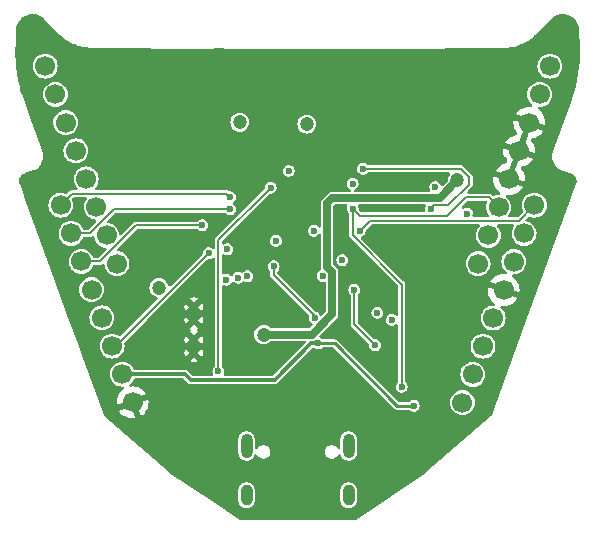
<source format=gbr>
%TF.GenerationSoftware,KiCad,Pcbnew,8.0.3*%
%TF.CreationDate,2024-07-12T18:14:48+02:00*%
%TF.ProjectId,Shard,53686172-642e-46b6-9963-61645f706362,rev?*%
%TF.SameCoordinates,Original*%
%TF.FileFunction,Copper,L4,Bot*%
%TF.FilePolarity,Positive*%
%FSLAX46Y46*%
G04 Gerber Fmt 4.6, Leading zero omitted, Abs format (unit mm)*
G04 Created by KiCad (PCBNEW 8.0.3) date 2024-07-12 18:14:48*
%MOMM*%
%LPD*%
G01*
G04 APERTURE LIST*
G04 Aperture macros list*
%AMHorizOval*
0 Thick line with rounded ends*
0 $1 width*
0 $2 $3 position (X,Y) of the first rounded end (center of the circle)*
0 $4 $5 position (X,Y) of the second rounded end (center of the circle)*
0 Add line between two ends*
20,1,$1,$2,$3,$4,$5,0*
0 Add two circle primitives to create the rounded ends*
1,1,$1,$2,$3*
1,1,$1,$4,$5*%
G04 Aperture macros list end*
%TA.AperFunction,ComponentPad*%
%ADD10HorizOval,1.700000X0.000000X0.000000X0.000000X0.000000X0*%
%TD*%
%TA.AperFunction,ComponentPad*%
%ADD11HorizOval,1.700000X0.000000X0.000000X0.000000X0.000000X0*%
%TD*%
%TA.AperFunction,HeatsinkPad*%
%ADD12C,0.600000*%
%TD*%
%TA.AperFunction,HeatsinkPad*%
%ADD13R,0.500000X1.600000*%
%TD*%
%TA.AperFunction,ComponentPad*%
%ADD14R,0.900000X0.500000*%
%TD*%
%TA.AperFunction,ComponentPad*%
%ADD15O,1.000000X2.100000*%
%TD*%
%TA.AperFunction,ComponentPad*%
%ADD16O,1.000000X1.800000*%
%TD*%
%TA.AperFunction,ViaPad*%
%ADD17C,0.600000*%
%TD*%
%TA.AperFunction,ViaPad*%
%ADD18C,1.200000*%
%TD*%
%TA.AperFunction,Conductor*%
%ADD19C,0.635000*%
%TD*%
%TA.AperFunction,Conductor*%
%ADD20C,0.304800*%
%TD*%
%TA.AperFunction,Conductor*%
%ADD21C,0.254000*%
%TD*%
%TA.AperFunction,Conductor*%
%ADD22C,0.200000*%
%TD*%
G04 APERTURE END LIST*
D10*
%TO.P,J5,1,Pin_1*%
%TO.N,/9*%
X127162613Y-93329084D03*
%TO.P,J5,2,Pin_2*%
%TO.N,/10*%
X128031344Y-95715903D03*
%TO.P,J5,3,Pin_3*%
%TO.N,/11*%
X128900075Y-98102723D03*
%TO.P,J5,4,Pin_4*%
%TO.N,/12*%
X129768806Y-100489542D03*
%TO.P,J5,5,Pin_5*%
%TO.N,/13*%
X130637538Y-102876361D03*
%TO.P,J5,6,Pin_6*%
%TO.N,/14*%
X131506269Y-105263180D03*
%TO.P,J5,7,Pin_7*%
%TO.N,/E3.3V*%
X132375000Y-107650000D03*
%TO.P,J5,8,Pin_8*%
%TO.N,GND*%
X133243731Y-110036819D03*
%TD*%
%TO.P,J4,1,Pin_1*%
%TO.N,/1*%
X125843882Y-81567265D03*
%TO.P,J4,2,Pin_2*%
%TO.N,/2*%
X126712613Y-83954084D03*
%TO.P,J4,3,Pin_3*%
%TO.N,/3*%
X127581344Y-86340904D03*
%TO.P,J4,4,Pin_4*%
%TO.N,/4*%
X128450075Y-88727723D03*
%TO.P,J4,5,Pin_5*%
%TO.N,/5*%
X129318807Y-91114542D03*
%TO.P,J4,6,Pin_6*%
%TO.N,/6*%
X130187538Y-93501361D03*
%TO.P,J4,7,Pin_7*%
%TO.N,/7*%
X131056269Y-95888181D03*
%TO.P,J4,8,Pin_8*%
%TO.N,/8*%
X131925000Y-98275000D03*
%TD*%
D11*
%TO.P,J2,1,Pin_1*%
%TO.N,/15*%
X161175000Y-110050000D03*
%TO.P,J2,2,Pin_2*%
%TO.N,/16*%
X162043731Y-107663181D03*
%TO.P,J2,3,Pin_3*%
%TO.N,/17*%
X162912462Y-105276361D03*
%TO.P,J2,4,Pin_4*%
%TO.N,/18*%
X163781193Y-102889542D03*
%TO.P,J2,5,Pin_5*%
%TO.N,GND*%
X164649925Y-100502723D03*
%TO.P,J2,6,Pin_6*%
%TO.N,/38*%
X165518656Y-98115904D03*
%TO.P,J2,7,Pin_7*%
%TO.N,/47*%
X166387387Y-95729084D03*
%TO.P,J2,8,Pin_8*%
%TO.N,/48*%
X167256118Y-93342265D03*
%TD*%
D12*
%TO.P,U3,7,PAD*%
%TO.N,GND*%
X138437500Y-101950000D03*
D13*
X138437500Y-102500000D03*
D12*
X138437500Y-103050000D03*
%TD*%
D14*
%TO.P,ANT1,2*%
%TO.N,GND*%
X140550000Y-80300000D03*
%TD*%
D12*
%TO.P,U4,7,PAD*%
%TO.N,GND*%
X138437500Y-104725000D03*
D13*
X138437500Y-105275000D03*
D12*
X138437500Y-105825000D03*
%TD*%
D11*
%TO.P,J3,1,Pin_1*%
%TO.N,/RX*%
X162500000Y-98275000D03*
%TO.P,J3,2,Pin_2*%
%TO.N,/TX*%
X163368731Y-95888181D03*
%TO.P,J3,3,Pin_3*%
%TO.N,/RESET*%
X164237463Y-93501361D03*
%TO.P,J3,4,Pin_4*%
%TO.N,GND*%
X165106193Y-91114542D03*
%TO.P,J3,5,Pin_5*%
X165974924Y-88727723D03*
%TO.P,J3,6,Pin_6*%
X166843655Y-86340904D03*
%TO.P,J3,7,Pin_7*%
%TO.N,/E3.3V*%
X167712387Y-83954084D03*
%TO.P,J3,8,Pin_8*%
%TO.N,Net-(D2-A)*%
X168581118Y-81567265D03*
%TD*%
D15*
%TO.P,J1,S1,SHIELD*%
%TO.N,unconnected-(J1-SHIELD-PadS1)_2*%
X142890000Y-113725000D03*
D16*
%TO.N,unconnected-(J1-SHIELD-PadS1)_1*%
X142890000Y-117905000D03*
D15*
%TO.N,unconnected-(J1-SHIELD-PadS1)_0*%
X151530000Y-113725000D03*
D16*
%TO.N,unconnected-(J1-SHIELD-PadS1)*%
X151530000Y-117905000D03*
%TD*%
D17*
%TO.N,GND*%
X144361000Y-115934000D03*
X152489000Y-111870000D03*
X164681000Y-85454000D03*
X143665226Y-81720113D03*
X141770407Y-83995120D03*
X146550000Y-91900000D03*
X128105000Y-101710000D03*
X151325000Y-89325000D03*
X162649000Y-81390000D03*
X146550000Y-95650000D03*
X168745000Y-79358000D03*
X151600000Y-108000000D03*
X136233000Y-87486000D03*
X146393000Y-115934000D03*
X128105000Y-99678000D03*
X158585000Y-85454000D03*
X148950000Y-87350000D03*
X143000000Y-101000000D03*
X160617000Y-81390000D03*
X154521000Y-83422000D03*
X139500000Y-107100000D03*
X136233000Y-83422000D03*
X147500000Y-94700000D03*
X164681000Y-89518000D03*
X156553000Y-85454000D03*
X143920170Y-84220409D03*
X152550000Y-85250000D03*
X155000000Y-86000000D03*
X154900000Y-102000000D03*
X143150000Y-88600000D03*
X145650000Y-94700000D03*
X159250000Y-90910000D03*
X138265000Y-87486000D03*
X152600000Y-83700000D03*
X139450000Y-100900000D03*
X138265000Y-81390000D03*
X152661646Y-91867501D03*
X132169000Y-81390000D03*
X155000000Y-88000000D03*
X164681000Y-81390000D03*
X150457000Y-115934000D03*
X146393000Y-81390000D03*
X162649000Y-93582000D03*
X138000000Y-97000000D03*
X156000000Y-87000000D03*
X152489000Y-81390000D03*
X151200000Y-84800000D03*
X141665226Y-81720113D03*
X136233000Y-111870000D03*
X130137000Y-83422000D03*
X156553000Y-83422000D03*
X156553000Y-113902000D03*
X130137000Y-81390000D03*
X160617000Y-111870000D03*
X126073000Y-85454000D03*
X168745000Y-91550000D03*
X134201000Y-81390000D03*
X150457000Y-83422000D03*
X154100000Y-117300000D03*
X134201000Y-83422000D03*
X154521000Y-81390000D03*
X158585000Y-113902000D03*
X157700000Y-102750000D03*
X139900000Y-99800000D03*
X141665226Y-80500000D03*
X142329000Y-111870000D03*
X150457000Y-81390000D03*
X148425000Y-115934000D03*
X146400000Y-99100000D03*
X140900000Y-88100000D03*
X132169000Y-85454000D03*
X138265000Y-109838000D03*
X158585000Y-111870000D03*
X157300000Y-95550000D03*
X148425000Y-81390000D03*
X160617000Y-83422000D03*
X152489000Y-115934000D03*
X126073000Y-95614000D03*
X144700000Y-93750000D03*
X126073000Y-79358000D03*
X166713000Y-99678000D03*
X136233000Y-113902000D03*
X158585000Y-95614000D03*
X168745000Y-85454000D03*
X160617000Y-85454000D03*
X143725000Y-89200000D03*
X134201000Y-85454000D03*
X154000000Y-89000000D03*
X130137000Y-87486000D03*
X143664924Y-82915682D03*
X140297000Y-113902000D03*
X162649000Y-99678000D03*
X143665226Y-80500000D03*
X146550000Y-93770000D03*
X141665226Y-82940226D03*
X151300000Y-102300000D03*
X156553000Y-81390000D03*
X146393000Y-83422000D03*
X150457000Y-111870000D03*
X162649000Y-91550000D03*
X160617000Y-101710000D03*
X157250000Y-93620000D03*
X159780000Y-97190000D03*
X124041000Y-79358000D03*
X169160000Y-93160000D03*
X153700000Y-84700000D03*
X136600000Y-103950000D03*
X126073000Y-87486000D03*
X146200000Y-86400000D03*
X145400000Y-85000000D03*
X164470000Y-106600000D03*
X134201000Y-111870000D03*
X148450000Y-93750000D03*
X147190000Y-111570000D03*
X162649000Y-109838000D03*
X142072134Y-84985893D03*
X150457000Y-117966000D03*
X158585000Y-81390000D03*
X136600000Y-106700000D03*
X130137000Y-89518000D03*
X136233000Y-109838000D03*
X146393000Y-117966000D03*
X158585000Y-87486000D03*
X134201000Y-87486000D03*
X142329000Y-115934000D03*
X129920000Y-105050000D03*
X144361000Y-101710000D03*
X140297000Y-109838000D03*
X152800000Y-101850000D03*
X132169000Y-83422000D03*
X124041000Y-81390000D03*
X144361000Y-117966000D03*
X128105000Y-81390000D03*
X138265000Y-83422000D03*
X147500000Y-92800000D03*
X140297000Y-81390000D03*
X158585000Y-83422000D03*
X149800000Y-85900000D03*
X140297000Y-83422000D03*
X138265000Y-113902000D03*
X136233000Y-81390000D03*
X136233000Y-85454000D03*
X160617000Y-103742000D03*
X148425000Y-117966000D03*
X145650000Y-92800000D03*
X153714726Y-104285274D03*
X154521000Y-113902000D03*
X145000000Y-88092500D03*
X164681000Y-87486000D03*
X156000000Y-93630000D03*
X138265000Y-85454000D03*
X140300000Y-117300000D03*
X148425000Y-83422000D03*
X126073000Y-91550000D03*
D18*
%TO.N,/VIN*%
X144338542Y-104286458D03*
X160750000Y-91225000D03*
%TO.N,+3.3V*%
X135475000Y-100325000D03*
X148000000Y-86475000D03*
X142325000Y-86325000D03*
D17*
X141250000Y-97075000D03*
X151870000Y-91520000D03*
%TO.N,/E3.3V*%
X157050000Y-110325000D03*
X148975000Y-105025000D03*
%TO.N,/RESET*%
X146457641Y-90441616D03*
X151870000Y-93640000D03*
X156025000Y-108725000D03*
%TO.N,/21*%
X145194993Y-98518215D03*
X148669999Y-102880001D03*
%TO.N,/11*%
X139150000Y-95025000D03*
%TO.N,/14*%
X139675000Y-97400000D03*
%TO.N,/15*%
X141175000Y-99650000D03*
%TO.N,/10*%
X141507500Y-93671241D03*
%TO.N,/9*%
X141486350Y-92646150D03*
%TO.N,/18*%
X145380121Y-96358570D03*
%TO.N,/16*%
X142175000Y-99475000D03*
%TO.N,/48*%
X152470000Y-95519827D03*
%TO.N,/17*%
X142966735Y-99360280D03*
%TO.N,/47*%
X148593339Y-95500890D03*
%TO.N,/RX*%
X158502637Y-93640000D03*
X152760000Y-90260000D03*
%TO.N,/TX*%
X158870000Y-91810000D03*
X161540000Y-94051361D03*
%TO.N,/SPICS0*%
X153777961Y-105197039D03*
X152018768Y-100502740D03*
%TO.N,/SPIQ*%
X150999645Y-97987415D03*
X153975000Y-102450000D03*
%TO.N,/SPIWP*%
X155185430Y-103049794D03*
X149325000Y-99325000D03*
%TO.N,/BOOT*%
X144925000Y-91850000D03*
X140500000Y-107410000D03*
%TD*%
D19*
%TO.N,/VIN*%
X148419662Y-104286458D02*
X150142500Y-102563620D01*
X149720000Y-98563880D02*
X149720000Y-93173880D01*
X149720000Y-93173880D02*
X150153880Y-92740000D01*
X144338542Y-104286458D02*
X148419662Y-104286458D01*
X150153880Y-92740000D02*
X159235000Y-92740000D01*
X150142500Y-98986380D02*
X149720000Y-98563880D01*
X150142500Y-102563620D02*
X150142500Y-98986380D01*
X159235000Y-92740000D02*
X160750000Y-91225000D01*
D20*
%TO.N,/E3.3V*%
X138190000Y-108140000D02*
X145260000Y-108140000D01*
D21*
X157050000Y-110325000D02*
X155650000Y-110325000D01*
X150350000Y-105025000D02*
X148975000Y-105025000D01*
D20*
X137700000Y-107650000D02*
X138190000Y-108140000D01*
X145260000Y-108140000D02*
X148375000Y-105025000D01*
D21*
X155650000Y-110325000D02*
X150350000Y-105025000D01*
D20*
X132375000Y-107650000D02*
X137700000Y-107650000D01*
X148375000Y-105025000D02*
X148975000Y-105025000D01*
D22*
%TO.N,/RESET*%
X156025000Y-100008975D02*
X156025000Y-108725000D01*
X152470000Y-94240000D02*
X159900000Y-94240000D01*
X151870000Y-93640000D02*
X152470000Y-94240000D01*
X151870000Y-93640000D02*
X151870000Y-95870000D01*
X159900000Y-94240000D02*
X161488639Y-92651361D01*
X156008975Y-100008975D02*
X156025000Y-100008975D01*
X163387463Y-92651361D02*
X164237463Y-93501361D01*
X161488639Y-92651361D02*
X163387463Y-92651361D01*
X151870000Y-95870000D02*
X156008975Y-100008975D01*
%TO.N,/21*%
X148669999Y-102729999D02*
X148669999Y-102880001D01*
X145194993Y-98518215D02*
X145194993Y-99254993D01*
X145194993Y-99254993D02*
X148669999Y-102729999D01*
%TO.N,/11*%
X139150000Y-95025000D02*
X133548654Y-95025000D01*
X133548654Y-95025000D02*
X130470931Y-98102723D01*
X130470931Y-98102723D02*
X128900075Y-98102723D01*
%TO.N,/14*%
X139675000Y-97400000D02*
X131811820Y-105263180D01*
X131811820Y-105263180D02*
X131506269Y-105263180D01*
%TO.N,/10*%
X141507500Y-93671241D02*
X141503741Y-93675000D01*
X141503741Y-93675000D02*
X131643104Y-93675000D01*
X131643104Y-93675000D02*
X129602201Y-95715903D01*
X129602201Y-95715903D02*
X128031344Y-95715903D01*
%TO.N,/9*%
X141486350Y-92646150D02*
X141191561Y-92351361D01*
X128140336Y-92351361D02*
X127162613Y-93329084D01*
X141191561Y-92351361D02*
X128140336Y-92351361D01*
%TO.N,/38*%
X165518655Y-98115904D02*
X165410398Y-98115904D01*
%TO.N,/48*%
X165947022Y-94651361D02*
X167256118Y-93342265D01*
X152470000Y-95519827D02*
X153338466Y-94651361D01*
X153338466Y-94651361D02*
X165947022Y-94651361D01*
%TO.N,/RX*%
X161740000Y-90942207D02*
X161057793Y-90260000D01*
X158785137Y-93357500D02*
X159972500Y-93357500D01*
X161740000Y-91590000D02*
X161740000Y-90942207D01*
X159972500Y-93357500D02*
X161740000Y-91590000D01*
X158502637Y-93640000D02*
X158785137Y-93357500D01*
X161057793Y-90260000D02*
X152760000Y-90260000D01*
%TO.N,/SPICS0*%
X152018768Y-103437846D02*
X153777961Y-105197039D01*
X152018768Y-100502740D02*
X152018768Y-103437846D01*
%TO.N,/BOOT*%
X140500000Y-107410000D02*
X140500000Y-96275000D01*
X140500000Y-96275000D02*
X144925000Y-91850000D01*
%TD*%
%TA.AperFunction,Conductor*%
%TO.N,GND*%
G36*
X163206227Y-92971546D02*
G01*
X163251982Y-93024350D01*
X163261926Y-93093508D01*
X163257851Y-93111843D01*
X163239986Y-93170741D01*
X163202162Y-93295428D01*
X163181880Y-93501361D01*
X163202162Y-93707293D01*
X163224963Y-93782457D01*
X163262231Y-93905315D01*
X163353194Y-94075494D01*
X163359780Y-94087814D01*
X163409334Y-94148196D01*
X163436647Y-94212506D01*
X163424856Y-94281374D01*
X163377703Y-94332934D01*
X163313481Y-94350861D01*
X162144698Y-94350861D01*
X162077659Y-94331176D01*
X162031904Y-94278372D01*
X162021960Y-94209214D01*
X162024883Y-94195773D01*
X162025163Y-94193820D01*
X162025165Y-94193818D01*
X162045647Y-94051361D01*
X162025165Y-93908904D01*
X161965377Y-93777988D01*
X161871128Y-93669218D01*
X161750053Y-93591408D01*
X161750051Y-93591407D01*
X161750049Y-93591406D01*
X161750050Y-93591406D01*
X161611963Y-93550861D01*
X161611961Y-93550861D01*
X161468039Y-93550861D01*
X161468036Y-93550861D01*
X161329950Y-93591406D01*
X161302892Y-93608795D01*
X161235852Y-93628478D01*
X161168813Y-93608792D01*
X161123059Y-93555988D01*
X161113116Y-93486829D01*
X161142142Y-93423274D01*
X161148159Y-93416811D01*
X161576791Y-92988180D01*
X161638114Y-92954695D01*
X161664472Y-92951861D01*
X163139188Y-92951861D01*
X163206227Y-92971546D01*
G37*
%TD.AperFunction*%
%TA.AperFunction,Conductor*%
G36*
X158000959Y-93277685D02*
G01*
X158046714Y-93330489D01*
X158056658Y-93399647D01*
X158046714Y-93433511D01*
X158017472Y-93497541D01*
X158017471Y-93497542D01*
X157996990Y-93640000D01*
X158018734Y-93791235D01*
X158016916Y-93791496D01*
X158016915Y-93850438D01*
X157979139Y-93909215D01*
X157915582Y-93938238D01*
X157897939Y-93939500D01*
X152645833Y-93939500D01*
X152578794Y-93919815D01*
X152558152Y-93903181D01*
X152409395Y-93754424D01*
X152375910Y-93693101D01*
X152374339Y-93649094D01*
X152375647Y-93640000D01*
X152355165Y-93497543D01*
X152334046Y-93451299D01*
X152325923Y-93433511D01*
X152315979Y-93364353D01*
X152345004Y-93300797D01*
X152403782Y-93263023D01*
X152438717Y-93258000D01*
X157933920Y-93258000D01*
X158000959Y-93277685D01*
G37*
%TD.AperFunction*%
%TA.AperFunction,Conductor*%
G36*
X165667917Y-89127822D02*
G01*
X165781931Y-89193648D01*
X165909098Y-89227723D01*
X166040750Y-89227723D01*
X166060952Y-89222309D01*
X165733413Y-90122219D01*
X165733413Y-90122220D01*
X165489931Y-90791174D01*
X165413200Y-90714443D01*
X165299186Y-90648617D01*
X165172019Y-90614542D01*
X165040367Y-90614542D01*
X165020161Y-90619956D01*
X165347704Y-89720045D01*
X165591184Y-89051089D01*
X165667917Y-89127822D01*
G37*
%TD.AperFunction*%
%TA.AperFunction,Conductor*%
G36*
X166536648Y-86741003D02*
G01*
X166650662Y-86806829D01*
X166777829Y-86840904D01*
X166909481Y-86840904D01*
X166929683Y-86835490D01*
X166602144Y-87735400D01*
X166602144Y-87735401D01*
X166358662Y-88404355D01*
X166281931Y-88327624D01*
X166167917Y-88261798D01*
X166040750Y-88227723D01*
X165909098Y-88227723D01*
X165888892Y-88233137D01*
X166216435Y-87333226D01*
X166459915Y-86664270D01*
X166536648Y-86741003D01*
G37*
%TD.AperFunction*%
%TA.AperFunction,Conductor*%
G36*
X169857233Y-77163708D02*
G01*
X169876163Y-77166402D01*
X170068309Y-77209096D01*
X170086598Y-77214671D01*
X170269880Y-77286424D01*
X170287102Y-77294752D01*
X170307155Y-77306438D01*
X170457151Y-77393851D01*
X170472895Y-77404736D01*
X170625662Y-77528821D01*
X170639542Y-77541998D01*
X170771395Y-77688115D01*
X170783083Y-77703273D01*
X170890874Y-77867934D01*
X170900090Y-77884708D01*
X170981261Y-78064003D01*
X170987786Y-78081997D01*
X171040398Y-78271652D01*
X171044075Y-78290435D01*
X171067535Y-78491600D01*
X171068276Y-78501148D01*
X171070916Y-78569094D01*
X171070922Y-78569147D01*
X171123512Y-79921022D01*
X171123512Y-79921032D01*
X171126107Y-79987757D01*
X171126188Y-79990761D01*
X171134261Y-80542361D01*
X171134203Y-80548374D01*
X171115578Y-81098177D01*
X171115229Y-81104180D01*
X171069973Y-81652454D01*
X171069333Y-81658432D01*
X170997556Y-82203852D01*
X170996627Y-82209793D01*
X170898491Y-82751103D01*
X170897275Y-82756991D01*
X170773022Y-83292878D01*
X170771523Y-83298701D01*
X170621430Y-83827971D01*
X170619650Y-83833714D01*
X170443519Y-84356740D01*
X170442526Y-84359575D01*
X170428802Y-84397281D01*
X170422275Y-84415218D01*
X170421955Y-84416096D01*
X170421954Y-84416098D01*
X168847436Y-88741948D01*
X168847093Y-88742878D01*
X168828190Y-88793549D01*
X168811632Y-88837933D01*
X168772599Y-89030911D01*
X168772083Y-89033464D01*
X168763779Y-89232784D01*
X168786925Y-89430933D01*
X168840942Y-89622961D01*
X168924490Y-89804111D01*
X168924493Y-89804117D01*
X169035487Y-89969868D01*
X169035491Y-89969872D01*
X169171178Y-90116110D01*
X169328175Y-90239189D01*
X169502575Y-90336045D01*
X169526500Y-90344763D01*
X169526895Y-90344937D01*
X169534349Y-90347650D01*
X169534352Y-90347652D01*
X170267608Y-90614542D01*
X170412267Y-90667195D01*
X170425039Y-90672673D01*
X170534518Y-90727092D01*
X170557836Y-90742155D01*
X170647028Y-90815128D01*
X170666415Y-90835007D01*
X170737134Y-90926000D01*
X170751613Y-90949696D01*
X170800308Y-91054142D01*
X170809150Y-91080465D01*
X170833383Y-91193132D01*
X170836145Y-91220762D01*
X170834699Y-91335988D01*
X170831244Y-91363541D01*
X170802413Y-91482924D01*
X170798395Y-91496238D01*
X170775965Y-91557841D01*
X170775931Y-91557956D01*
X170622910Y-91978372D01*
X170429178Y-92510636D01*
X170429177Y-92510638D01*
X166410998Y-103550294D01*
X163651262Y-111132468D01*
X163615951Y-111183762D01*
X158099372Y-115964795D01*
X158087359Y-115973986D01*
X152132907Y-119978396D01*
X152066293Y-119999473D01*
X152063709Y-119999500D01*
X142390458Y-119999500D01*
X142323419Y-119979815D01*
X142321260Y-119978396D01*
X139935556Y-118373995D01*
X142189499Y-118373995D01*
X142216418Y-118509322D01*
X142216421Y-118509332D01*
X142269221Y-118636804D01*
X142269228Y-118636817D01*
X142345885Y-118751541D01*
X142345888Y-118751545D01*
X142443454Y-118849111D01*
X142443458Y-118849114D01*
X142558182Y-118925771D01*
X142558195Y-118925778D01*
X142685667Y-118978578D01*
X142685672Y-118978580D01*
X142685676Y-118978580D01*
X142685677Y-118978581D01*
X142821004Y-119005500D01*
X142821007Y-119005500D01*
X142958995Y-119005500D01*
X143050041Y-118987389D01*
X143094328Y-118978580D01*
X143221811Y-118925775D01*
X143336542Y-118849114D01*
X143434114Y-118751542D01*
X143510775Y-118636811D01*
X143563580Y-118509328D01*
X143590500Y-118373995D01*
X150829499Y-118373995D01*
X150856418Y-118509322D01*
X150856421Y-118509332D01*
X150909221Y-118636804D01*
X150909228Y-118636817D01*
X150985885Y-118751541D01*
X150985888Y-118751545D01*
X151083454Y-118849111D01*
X151083458Y-118849114D01*
X151198182Y-118925771D01*
X151198195Y-118925778D01*
X151325667Y-118978578D01*
X151325672Y-118978580D01*
X151325676Y-118978580D01*
X151325677Y-118978581D01*
X151461004Y-119005500D01*
X151461007Y-119005500D01*
X151598995Y-119005500D01*
X151690041Y-118987389D01*
X151734328Y-118978580D01*
X151861811Y-118925775D01*
X151976542Y-118849114D01*
X152074114Y-118751542D01*
X152150775Y-118636811D01*
X152203580Y-118509328D01*
X152230500Y-118373993D01*
X152230500Y-117436007D01*
X152230500Y-117436004D01*
X152203581Y-117300677D01*
X152203580Y-117300676D01*
X152203580Y-117300672D01*
X152203578Y-117300667D01*
X152150778Y-117173195D01*
X152150771Y-117173182D01*
X152074114Y-117058458D01*
X152074111Y-117058454D01*
X151976545Y-116960888D01*
X151976541Y-116960885D01*
X151861817Y-116884228D01*
X151861804Y-116884221D01*
X151734332Y-116831421D01*
X151734322Y-116831418D01*
X151598995Y-116804500D01*
X151598993Y-116804500D01*
X151461007Y-116804500D01*
X151461005Y-116804500D01*
X151325677Y-116831418D01*
X151325667Y-116831421D01*
X151198195Y-116884221D01*
X151198182Y-116884228D01*
X151083458Y-116960885D01*
X151083454Y-116960888D01*
X150985888Y-117058454D01*
X150985885Y-117058458D01*
X150909228Y-117173182D01*
X150909221Y-117173195D01*
X150856421Y-117300667D01*
X150856418Y-117300677D01*
X150829500Y-117436004D01*
X150829500Y-117436007D01*
X150829500Y-118373993D01*
X150829500Y-118373995D01*
X150829499Y-118373995D01*
X143590500Y-118373995D01*
X143590500Y-118373993D01*
X143590500Y-117436007D01*
X143590500Y-117436004D01*
X143563581Y-117300677D01*
X143563580Y-117300676D01*
X143563580Y-117300672D01*
X143563578Y-117300667D01*
X143510778Y-117173195D01*
X143510771Y-117173182D01*
X143434114Y-117058458D01*
X143434111Y-117058454D01*
X143336545Y-116960888D01*
X143336541Y-116960885D01*
X143221817Y-116884228D01*
X143221804Y-116884221D01*
X143094332Y-116831421D01*
X143094322Y-116831418D01*
X142958995Y-116804500D01*
X142958993Y-116804500D01*
X142821007Y-116804500D01*
X142821005Y-116804500D01*
X142685677Y-116831418D01*
X142685667Y-116831421D01*
X142558195Y-116884221D01*
X142558182Y-116884228D01*
X142443458Y-116960885D01*
X142443454Y-116960888D01*
X142345888Y-117058454D01*
X142345885Y-117058458D01*
X142269228Y-117173182D01*
X142269221Y-117173195D01*
X142216421Y-117300667D01*
X142216418Y-117300677D01*
X142189500Y-117436004D01*
X142189500Y-117436007D01*
X142189500Y-118373993D01*
X142189500Y-118373995D01*
X142189499Y-118373995D01*
X139935556Y-118373995D01*
X136366805Y-115973987D01*
X136354792Y-115964796D01*
X135032848Y-114819111D01*
X134484637Y-114343995D01*
X142189499Y-114343995D01*
X142216418Y-114479322D01*
X142216421Y-114479332D01*
X142269221Y-114606804D01*
X142269228Y-114606817D01*
X142345885Y-114721541D01*
X142345888Y-114721545D01*
X142443454Y-114819111D01*
X142443458Y-114819114D01*
X142558182Y-114895771D01*
X142558195Y-114895778D01*
X142685667Y-114948578D01*
X142685672Y-114948580D01*
X142685676Y-114948580D01*
X142685677Y-114948581D01*
X142821004Y-114975500D01*
X142821007Y-114975500D01*
X142958995Y-114975500D01*
X143050041Y-114957389D01*
X143094328Y-114948580D01*
X143221811Y-114895775D01*
X143336542Y-114819114D01*
X143434114Y-114721542D01*
X143510775Y-114606811D01*
X143522559Y-114578361D01*
X143565911Y-114473701D01*
X143567718Y-114474449D01*
X143601044Y-114423565D01*
X143664847Y-114395089D01*
X143733918Y-114405629D01*
X143786325Y-114451838D01*
X143788822Y-114455974D01*
X143801944Y-114478702D01*
X143859485Y-114578365D01*
X143966635Y-114685515D01*
X144097865Y-114761281D01*
X144244234Y-114800500D01*
X144244236Y-114800500D01*
X144395764Y-114800500D01*
X144395766Y-114800500D01*
X144542135Y-114761281D01*
X144673365Y-114685515D01*
X144780515Y-114578365D01*
X144856281Y-114447135D01*
X144895500Y-114300766D01*
X144895500Y-114149234D01*
X149524500Y-114149234D01*
X149524500Y-114300765D01*
X149563719Y-114447136D01*
X149582308Y-114479332D01*
X149639485Y-114578365D01*
X149746635Y-114685515D01*
X149877865Y-114761281D01*
X150024234Y-114800500D01*
X150024236Y-114800500D01*
X150175764Y-114800500D01*
X150175766Y-114800500D01*
X150322135Y-114761281D01*
X150453365Y-114685515D01*
X150560515Y-114578365D01*
X150631177Y-114455974D01*
X150681744Y-114407759D01*
X150750351Y-114394536D01*
X150815216Y-114420504D01*
X150853322Y-114474018D01*
X150854089Y-114473701D01*
X150855469Y-114477033D01*
X150855744Y-114477419D01*
X150856160Y-114478702D01*
X150909221Y-114606804D01*
X150909228Y-114606817D01*
X150985885Y-114721541D01*
X150985888Y-114721545D01*
X151083454Y-114819111D01*
X151083458Y-114819114D01*
X151198182Y-114895771D01*
X151198195Y-114895778D01*
X151325667Y-114948578D01*
X151325672Y-114948580D01*
X151325676Y-114948580D01*
X151325677Y-114948581D01*
X151461004Y-114975500D01*
X151461007Y-114975500D01*
X151598995Y-114975500D01*
X151690041Y-114957389D01*
X151734328Y-114948580D01*
X151861811Y-114895775D01*
X151976542Y-114819114D01*
X152074114Y-114721542D01*
X152150775Y-114606811D01*
X152203580Y-114479328D01*
X152230500Y-114343993D01*
X152230500Y-113106007D01*
X152230500Y-113106004D01*
X152203581Y-112970677D01*
X152203580Y-112970676D01*
X152203580Y-112970672D01*
X152203578Y-112970667D01*
X152150778Y-112843195D01*
X152150771Y-112843182D01*
X152074114Y-112728458D01*
X152074111Y-112728454D01*
X151976545Y-112630888D01*
X151976541Y-112630885D01*
X151861817Y-112554228D01*
X151861804Y-112554221D01*
X151734332Y-112501421D01*
X151734322Y-112501418D01*
X151598995Y-112474500D01*
X151598993Y-112474500D01*
X151461007Y-112474500D01*
X151461005Y-112474500D01*
X151325677Y-112501418D01*
X151325667Y-112501421D01*
X151198195Y-112554221D01*
X151198182Y-112554228D01*
X151083458Y-112630885D01*
X151083454Y-112630888D01*
X150985888Y-112728454D01*
X150985885Y-112728458D01*
X150909228Y-112843182D01*
X150909221Y-112843195D01*
X150856421Y-112970667D01*
X150856418Y-112970677D01*
X150829500Y-113106004D01*
X150829500Y-113874755D01*
X150809815Y-113941794D01*
X150757011Y-113987549D01*
X150687853Y-113997493D01*
X150624297Y-113968468D01*
X150598113Y-113936756D01*
X150585731Y-113915310D01*
X150560515Y-113871635D01*
X150453365Y-113764485D01*
X150387750Y-113726602D01*
X150322136Y-113688719D01*
X150248950Y-113669109D01*
X150175766Y-113649500D01*
X150024234Y-113649500D01*
X149877863Y-113688719D01*
X149746635Y-113764485D01*
X149746632Y-113764487D01*
X149639487Y-113871632D01*
X149639485Y-113871635D01*
X149563719Y-114002863D01*
X149524500Y-114149234D01*
X144895500Y-114149234D01*
X144856281Y-114002865D01*
X144853179Y-113997493D01*
X144821021Y-113941794D01*
X144780515Y-113871635D01*
X144673365Y-113764485D01*
X144607750Y-113726602D01*
X144542136Y-113688719D01*
X144468950Y-113669109D01*
X144395766Y-113649500D01*
X144244234Y-113649500D01*
X144097863Y-113688719D01*
X143966635Y-113764485D01*
X143966632Y-113764487D01*
X143859487Y-113871632D01*
X143859485Y-113871635D01*
X143821887Y-113936756D01*
X143771319Y-113984971D01*
X143702712Y-113998193D01*
X143637847Y-113972225D01*
X143597319Y-113915310D01*
X143590500Y-113874755D01*
X143590500Y-113106004D01*
X143563581Y-112970677D01*
X143563580Y-112970676D01*
X143563580Y-112970672D01*
X143563578Y-112970667D01*
X143510778Y-112843195D01*
X143510771Y-112843182D01*
X143434114Y-112728458D01*
X143434111Y-112728454D01*
X143336545Y-112630888D01*
X143336541Y-112630885D01*
X143221817Y-112554228D01*
X143221804Y-112554221D01*
X143094332Y-112501421D01*
X143094322Y-112501418D01*
X142958995Y-112474500D01*
X142958993Y-112474500D01*
X142821007Y-112474500D01*
X142821005Y-112474500D01*
X142685677Y-112501418D01*
X142685667Y-112501421D01*
X142558195Y-112554221D01*
X142558182Y-112554228D01*
X142443458Y-112630885D01*
X142443454Y-112630888D01*
X142345888Y-112728454D01*
X142345885Y-112728458D01*
X142269228Y-112843182D01*
X142269221Y-112843195D01*
X142216421Y-112970667D01*
X142216418Y-112970677D01*
X142189500Y-113106004D01*
X142189500Y-113106007D01*
X142189500Y-114343993D01*
X142189500Y-114343995D01*
X142189499Y-114343995D01*
X134484637Y-114343995D01*
X130838213Y-111183761D01*
X130802903Y-111132468D01*
X130793117Y-111105583D01*
X129131955Y-106541660D01*
X138074392Y-106541660D01*
X138074392Y-106541661D01*
X138088192Y-106550333D01*
X138088191Y-106550333D01*
X138258361Y-106609878D01*
X138437497Y-106630062D01*
X138437503Y-106630062D01*
X138616638Y-106609878D01*
X138616641Y-106609877D01*
X138786805Y-106550334D01*
X138786806Y-106550334D01*
X138800606Y-106541661D01*
X138800606Y-106541660D01*
X138437501Y-106178553D01*
X138437500Y-106178553D01*
X138074392Y-106541660D01*
X129131955Y-106541660D01*
X128666618Y-105263180D01*
X130450686Y-105263180D01*
X130470968Y-105469112D01*
X130475774Y-105484954D01*
X130527960Y-105656992D01*
X130531038Y-105667136D01*
X130537771Y-105679734D01*
X130628584Y-105849630D01*
X130639403Y-105862813D01*
X130759858Y-106009590D01*
X130856478Y-106088882D01*
X130919819Y-106140865D01*
X131102315Y-106238412D01*
X131300335Y-106298480D01*
X131300334Y-106298480D01*
X131318798Y-106300298D01*
X131506269Y-106318763D01*
X131712203Y-106298480D01*
X131910223Y-106238412D01*
X132092719Y-106140865D01*
X132252679Y-106009590D01*
X132383954Y-105849630D01*
X132397121Y-105824997D01*
X137632438Y-105824997D01*
X137632438Y-105825002D01*
X137652621Y-106004138D01*
X137712165Y-106174304D01*
X137720838Y-106188107D01*
X138083946Y-105825000D01*
X138083946Y-105824999D01*
X138054110Y-105795163D01*
X138287500Y-105795163D01*
X138287500Y-105854837D01*
X138310336Y-105909968D01*
X138352532Y-105952164D01*
X138407663Y-105975000D01*
X138467337Y-105975000D01*
X138522468Y-105952164D01*
X138564664Y-105909968D01*
X138587500Y-105854837D01*
X138587500Y-105825000D01*
X138791053Y-105825000D01*
X139154160Y-106188106D01*
X139154161Y-106188106D01*
X139162834Y-106174306D01*
X139162834Y-106174305D01*
X139222377Y-106004141D01*
X139222378Y-106004138D01*
X139242562Y-105825002D01*
X139242562Y-105824997D01*
X139222378Y-105645861D01*
X139162833Y-105475692D01*
X139154161Y-105461892D01*
X139154160Y-105461892D01*
X138791053Y-105825000D01*
X138587500Y-105825000D01*
X138587500Y-105795163D01*
X138564664Y-105740032D01*
X138522468Y-105697836D01*
X138467337Y-105675000D01*
X138407663Y-105675000D01*
X138352532Y-105697836D01*
X138310336Y-105740032D01*
X138287500Y-105795163D01*
X138054110Y-105795163D01*
X137720838Y-105461891D01*
X137720837Y-105461891D01*
X137712167Y-105475691D01*
X137712162Y-105475701D01*
X137652622Y-105645858D01*
X137652621Y-105645861D01*
X137632438Y-105824997D01*
X132397121Y-105824997D01*
X132481501Y-105667134D01*
X132541569Y-105469114D01*
X132560688Y-105274999D01*
X138241053Y-105274999D01*
X138437500Y-105471446D01*
X138633946Y-105275001D01*
X138633946Y-105275000D01*
X138437500Y-105078553D01*
X138241053Y-105274999D01*
X132560688Y-105274999D01*
X132561852Y-105263180D01*
X132541569Y-105057246D01*
X132540138Y-105052531D01*
X132539512Y-104982668D01*
X132571115Y-104928854D01*
X132774972Y-104724997D01*
X137632438Y-104724997D01*
X137632438Y-104725002D01*
X137652621Y-104904138D01*
X137712165Y-105074304D01*
X137720838Y-105088107D01*
X138083946Y-104725000D01*
X138083946Y-104724999D01*
X138054110Y-104695163D01*
X138287500Y-104695163D01*
X138287500Y-104754837D01*
X138310336Y-104809968D01*
X138352532Y-104852164D01*
X138407663Y-104875000D01*
X138467337Y-104875000D01*
X138522468Y-104852164D01*
X138564664Y-104809968D01*
X138587500Y-104754837D01*
X138587500Y-104725000D01*
X138791053Y-104725000D01*
X139154160Y-105088106D01*
X139154161Y-105088106D01*
X139162834Y-105074306D01*
X139162834Y-105074305D01*
X139222377Y-104904141D01*
X139222378Y-104904138D01*
X139242562Y-104725002D01*
X139242562Y-104724997D01*
X139222378Y-104545861D01*
X139162833Y-104375692D01*
X139154161Y-104361892D01*
X139154160Y-104361892D01*
X138791053Y-104725000D01*
X138587500Y-104725000D01*
X138587500Y-104695163D01*
X138564664Y-104640032D01*
X138522468Y-104597836D01*
X138467337Y-104575000D01*
X138407663Y-104575000D01*
X138352532Y-104597836D01*
X138310336Y-104640032D01*
X138287500Y-104695163D01*
X138054110Y-104695163D01*
X137720838Y-104361891D01*
X137720837Y-104361891D01*
X137712167Y-104375691D01*
X137712162Y-104375701D01*
X137652622Y-104545858D01*
X137652621Y-104545861D01*
X137632438Y-104724997D01*
X132774972Y-104724997D01*
X133491632Y-104008337D01*
X138074391Y-104008337D01*
X138074391Y-104008338D01*
X138437500Y-104371446D01*
X138437501Y-104371446D01*
X138800607Y-104008338D01*
X138786800Y-103999662D01*
X138785885Y-103999222D01*
X138785395Y-103998779D01*
X138780906Y-103995959D01*
X138781399Y-103995172D01*
X138734023Y-103952402D01*
X138715708Y-103884976D01*
X138736753Y-103818351D01*
X138781331Y-103779722D01*
X138780905Y-103779043D01*
X138785312Y-103776273D01*
X138785884Y-103775778D01*
X138786809Y-103775332D01*
X138800606Y-103766661D01*
X138800606Y-103766660D01*
X138437501Y-103403553D01*
X138437500Y-103403553D01*
X138074392Y-103766660D01*
X138074392Y-103766661D01*
X138088190Y-103775332D01*
X138089108Y-103775774D01*
X138089599Y-103776217D01*
X138094094Y-103779042D01*
X138093599Y-103779828D01*
X138140972Y-103822591D01*
X138159291Y-103890016D01*
X138138250Y-103956642D01*
X138093667Y-103995284D01*
X138094092Y-103995960D01*
X138089714Y-103998710D01*
X138089138Y-103999210D01*
X138088200Y-103999661D01*
X138074391Y-104008337D01*
X133491632Y-104008337D01*
X134449972Y-103049997D01*
X137632438Y-103049997D01*
X137632438Y-103050002D01*
X137652621Y-103229138D01*
X137712165Y-103399304D01*
X137720838Y-103413107D01*
X138083946Y-103050000D01*
X138083946Y-103049999D01*
X138054110Y-103020163D01*
X138287500Y-103020163D01*
X138287500Y-103079837D01*
X138310336Y-103134968D01*
X138352532Y-103177164D01*
X138407663Y-103200000D01*
X138467337Y-103200000D01*
X138522468Y-103177164D01*
X138564664Y-103134968D01*
X138587500Y-103079837D01*
X138587500Y-103050000D01*
X138791053Y-103050000D01*
X139154160Y-103413106D01*
X139154161Y-103413106D01*
X139162834Y-103399306D01*
X139162834Y-103399305D01*
X139222377Y-103229141D01*
X139222378Y-103229138D01*
X139242562Y-103050002D01*
X139242562Y-103049997D01*
X139222378Y-102870861D01*
X139162833Y-102700692D01*
X139154161Y-102686892D01*
X139154160Y-102686892D01*
X138791053Y-103050000D01*
X138587500Y-103050000D01*
X138587500Y-103020163D01*
X138564664Y-102965032D01*
X138522468Y-102922836D01*
X138467337Y-102900000D01*
X138407663Y-102900000D01*
X138352532Y-102922836D01*
X138310336Y-102965032D01*
X138287500Y-103020163D01*
X138054110Y-103020163D01*
X137720838Y-102686891D01*
X137720837Y-102686891D01*
X137712167Y-102700691D01*
X137712162Y-102700701D01*
X137652622Y-102870858D01*
X137652621Y-102870861D01*
X137632438Y-103049997D01*
X134449972Y-103049997D01*
X134999970Y-102499999D01*
X138241053Y-102499999D01*
X138437500Y-102696446D01*
X138633946Y-102500001D01*
X138633946Y-102500000D01*
X138437500Y-102303553D01*
X138241053Y-102499999D01*
X134999970Y-102499999D01*
X135549972Y-101949997D01*
X137632438Y-101949997D01*
X137632438Y-101950002D01*
X137652621Y-102129138D01*
X137712165Y-102299304D01*
X137720838Y-102313107D01*
X138083946Y-101950000D01*
X138083946Y-101949999D01*
X138054110Y-101920163D01*
X138287500Y-101920163D01*
X138287500Y-101979837D01*
X138310336Y-102034968D01*
X138352532Y-102077164D01*
X138407663Y-102100000D01*
X138467337Y-102100000D01*
X138522468Y-102077164D01*
X138564664Y-102034968D01*
X138587500Y-101979837D01*
X138587500Y-101950000D01*
X138791053Y-101950000D01*
X139154160Y-102313106D01*
X139154161Y-102313106D01*
X139162834Y-102299306D01*
X139162834Y-102299305D01*
X139222377Y-102129141D01*
X139222378Y-102129138D01*
X139242562Y-101950002D01*
X139242562Y-101949997D01*
X139222378Y-101770861D01*
X139162833Y-101600692D01*
X139154161Y-101586892D01*
X139154160Y-101586892D01*
X138791053Y-101950000D01*
X138587500Y-101950000D01*
X138587500Y-101920163D01*
X138564664Y-101865032D01*
X138522468Y-101822836D01*
X138467337Y-101800000D01*
X138407663Y-101800000D01*
X138352532Y-101822836D01*
X138310336Y-101865032D01*
X138287500Y-101920163D01*
X138054110Y-101920163D01*
X137720838Y-101586891D01*
X137720837Y-101586891D01*
X137712167Y-101600691D01*
X137712162Y-101600701D01*
X137652622Y-101770858D01*
X137652621Y-101770861D01*
X137632438Y-101949997D01*
X135549972Y-101949997D01*
X136266632Y-101233337D01*
X138074391Y-101233337D01*
X138074391Y-101233338D01*
X138437500Y-101596446D01*
X138437501Y-101596446D01*
X138800607Y-101233338D01*
X138786804Y-101224665D01*
X138616638Y-101165121D01*
X138437503Y-101144938D01*
X138437497Y-101144938D01*
X138258361Y-101165121D01*
X138258358Y-101165122D01*
X138088201Y-101224662D01*
X138088191Y-101224667D01*
X138074391Y-101233337D01*
X136266632Y-101233337D01*
X139563151Y-97936819D01*
X139624474Y-97903334D01*
X139650832Y-97900500D01*
X139746962Y-97900500D01*
X139746962Y-97900499D01*
X139885050Y-97859954D01*
X139885051Y-97859954D01*
X139885053Y-97859953D01*
X140006128Y-97782143D01*
X140006128Y-97782142D01*
X140008460Y-97780644D01*
X140075500Y-97760959D01*
X140142539Y-97780643D01*
X140188294Y-97833447D01*
X140199500Y-97884959D01*
X140199500Y-106946260D01*
X140179815Y-107013299D01*
X140169213Y-107027462D01*
X140074625Y-107136622D01*
X140074622Y-107136628D01*
X140014834Y-107267543D01*
X139994353Y-107410000D01*
X140014834Y-107552456D01*
X140041840Y-107611588D01*
X140051784Y-107680746D01*
X140022760Y-107744302D01*
X139963982Y-107782077D01*
X139929046Y-107787100D01*
X138387538Y-107787100D01*
X138320499Y-107767415D01*
X138299857Y-107750781D01*
X137916687Y-107367611D01*
X137916686Y-107367610D01*
X137836214Y-107321150D01*
X137836215Y-107321150D01*
X137806296Y-107313133D01*
X137746460Y-107297100D01*
X137746458Y-107297100D01*
X133451844Y-107297100D01*
X133384805Y-107277415D01*
X133342486Y-107231554D01*
X133291746Y-107136628D01*
X133252685Y-107063550D01*
X133170910Y-106963906D01*
X133121410Y-106903589D01*
X133003677Y-106806969D01*
X132961450Y-106772315D01*
X132778954Y-106674768D01*
X132580934Y-106614700D01*
X132580932Y-106614699D01*
X132580934Y-106614699D01*
X132375000Y-106594417D01*
X132169067Y-106614699D01*
X131971043Y-106674769D01*
X131946384Y-106687950D01*
X131788550Y-106772315D01*
X131788548Y-106772316D01*
X131788547Y-106772317D01*
X131628589Y-106903589D01*
X131497317Y-107063547D01*
X131399769Y-107246043D01*
X131339699Y-107444067D01*
X131319417Y-107650000D01*
X131339699Y-107855932D01*
X131343698Y-107869115D01*
X131399768Y-108053954D01*
X131497315Y-108236450D01*
X131508134Y-108249633D01*
X131628589Y-108396410D01*
X131725209Y-108475702D01*
X131788550Y-108527685D01*
X131971046Y-108625232D01*
X132169066Y-108685300D01*
X132169065Y-108685300D01*
X132375000Y-108705583D01*
X132388611Y-108704242D01*
X132457257Y-108717257D01*
X132507969Y-108765320D01*
X132524647Y-108833170D01*
X132501994Y-108899266D01*
X132471894Y-108929218D01*
X132372660Y-108998703D01*
X132372651Y-108998710D01*
X132205622Y-109165739D01*
X132205617Y-109165745D01*
X132070131Y-109359239D01*
X132070130Y-109359241D01*
X131970301Y-109573326D01*
X131970297Y-109573335D01*
X131909163Y-109801492D01*
X131909161Y-109801503D01*
X131888574Y-110036817D01*
X131888574Y-110036821D01*
X131907836Y-110256999D01*
X132749144Y-109950788D01*
X132743731Y-109970993D01*
X132743731Y-110102645D01*
X132777806Y-110229812D01*
X132843632Y-110343826D01*
X132920364Y-110420558D01*
X132078847Y-110726846D01*
X132205621Y-110907897D01*
X132372648Y-111074924D01*
X132566152Y-111210419D01*
X132780238Y-111310248D01*
X132780247Y-111310252D01*
X133008404Y-111371386D01*
X133008415Y-111371388D01*
X133243729Y-111391976D01*
X133243732Y-111391976D01*
X133463911Y-111372711D01*
X133157701Y-110531405D01*
X133177905Y-110536819D01*
X133309557Y-110536819D01*
X133436724Y-110502744D01*
X133550738Y-110436918D01*
X133627469Y-110360186D01*
X133933758Y-111201701D01*
X134114810Y-111074928D01*
X134281836Y-110907901D01*
X134417331Y-110714397D01*
X134517160Y-110500311D01*
X134517164Y-110500302D01*
X134578298Y-110272145D01*
X134578300Y-110272134D01*
X134598888Y-110036820D01*
X134598888Y-110036818D01*
X134579623Y-109816637D01*
X133738317Y-110122846D01*
X133743731Y-110102645D01*
X133743731Y-109970993D01*
X133709656Y-109843826D01*
X133643830Y-109729812D01*
X133567096Y-109653078D01*
X134408613Y-109346791D01*
X134281840Y-109165739D01*
X134114813Y-108998713D01*
X133921309Y-108863218D01*
X133707223Y-108763389D01*
X133707214Y-108763385D01*
X133479057Y-108702251D01*
X133479046Y-108702249D01*
X133243733Y-108681662D01*
X133243729Y-108681662D01*
X133117120Y-108692738D01*
X133048620Y-108678971D01*
X132998437Y-108630355D01*
X132982504Y-108562327D01*
X133005880Y-108496483D01*
X133027644Y-108473361D01*
X133121410Y-108396410D01*
X133252685Y-108236450D01*
X133342486Y-108068446D01*
X133391449Y-108018602D01*
X133451844Y-108002900D01*
X137502462Y-108002900D01*
X137569501Y-108022585D01*
X137590143Y-108039219D01*
X137907610Y-108356686D01*
X137973314Y-108422390D01*
X138053786Y-108468850D01*
X138143540Y-108492900D01*
X138143541Y-108492900D01*
X138143542Y-108492900D01*
X145306458Y-108492900D01*
X145306460Y-108492900D01*
X145396214Y-108468850D01*
X145476686Y-108422390D01*
X148480836Y-105418239D01*
X148542157Y-105384756D01*
X148611849Y-105389740D01*
X148635499Y-105403766D01*
X148636411Y-105402348D01*
X148643871Y-105407142D01*
X148643872Y-105407143D01*
X148764947Y-105484953D01*
X148764950Y-105484954D01*
X148764949Y-105484954D01*
X148903036Y-105525499D01*
X148903038Y-105525500D01*
X148903039Y-105525500D01*
X149046962Y-105525500D01*
X149046962Y-105525499D01*
X149185053Y-105484953D01*
X149306128Y-105407143D01*
X149316393Y-105395296D01*
X149375170Y-105357523D01*
X149410105Y-105352500D01*
X150162983Y-105352500D01*
X150230022Y-105372185D01*
X150250664Y-105388819D01*
X155448910Y-110587065D01*
X155523590Y-110630181D01*
X155606884Y-110652500D01*
X155693116Y-110652500D01*
X156614895Y-110652500D01*
X156681934Y-110672185D01*
X156708605Y-110695295D01*
X156718872Y-110707143D01*
X156839947Y-110784953D01*
X156839950Y-110784954D01*
X156839949Y-110784954D01*
X156978036Y-110825499D01*
X156978038Y-110825500D01*
X156978039Y-110825500D01*
X157121962Y-110825500D01*
X157121962Y-110825499D01*
X157260053Y-110784953D01*
X157381128Y-110707143D01*
X157475377Y-110598373D01*
X157535165Y-110467457D01*
X157555647Y-110325000D01*
X157535165Y-110182543D01*
X157475377Y-110051627D01*
X157473967Y-110050000D01*
X160119417Y-110050000D01*
X160139699Y-110255932D01*
X160139700Y-110255934D01*
X160199768Y-110453954D01*
X160297315Y-110636450D01*
X160297317Y-110636452D01*
X160428589Y-110796410D01*
X160464035Y-110825499D01*
X160588550Y-110927685D01*
X160771046Y-111025232D01*
X160969066Y-111085300D01*
X160969065Y-111085300D01*
X160987529Y-111087118D01*
X161175000Y-111105583D01*
X161380934Y-111085300D01*
X161578954Y-111025232D01*
X161761450Y-110927685D01*
X161921410Y-110796410D01*
X162052685Y-110636450D01*
X162150232Y-110453954D01*
X162210300Y-110255934D01*
X162230583Y-110050000D01*
X162210300Y-109844066D01*
X162150232Y-109646046D01*
X162052685Y-109463550D01*
X162000702Y-109400209D01*
X161921410Y-109303589D01*
X161803677Y-109206969D01*
X161761450Y-109172315D01*
X161578954Y-109074768D01*
X161380934Y-109014700D01*
X161380932Y-109014699D01*
X161380934Y-109014699D01*
X161175000Y-108994417D01*
X160969067Y-109014699D01*
X160771043Y-109074769D01*
X160710477Y-109107143D01*
X160588550Y-109172315D01*
X160588548Y-109172316D01*
X160588547Y-109172317D01*
X160428589Y-109303589D01*
X160297317Y-109463547D01*
X160199769Y-109646043D01*
X160139699Y-109844067D01*
X160119417Y-110050000D01*
X157473967Y-110050000D01*
X157381128Y-109942857D01*
X157260053Y-109865047D01*
X157260051Y-109865046D01*
X157260049Y-109865045D01*
X157260050Y-109865045D01*
X157121963Y-109824500D01*
X157121961Y-109824500D01*
X156978039Y-109824500D01*
X156978036Y-109824500D01*
X156839949Y-109865045D01*
X156718873Y-109942856D01*
X156718872Y-109942856D01*
X156718872Y-109942857D01*
X156708606Y-109954703D01*
X156649830Y-109992477D01*
X156614895Y-109997500D01*
X155837017Y-109997500D01*
X155769978Y-109977815D01*
X155749336Y-109961181D01*
X150551091Y-104762936D01*
X150551090Y-104762935D01*
X150476410Y-104719819D01*
X150476411Y-104719819D01*
X150448645Y-104712379D01*
X150393116Y-104697500D01*
X150393114Y-104697500D01*
X149410105Y-104697500D01*
X149343066Y-104677815D01*
X149316394Y-104654704D01*
X149306128Y-104642857D01*
X149185053Y-104565047D01*
X149185052Y-104565046D01*
X149185051Y-104565046D01*
X149144844Y-104553240D01*
X149086066Y-104515465D01*
X149057042Y-104451909D01*
X149066986Y-104382751D01*
X149092096Y-104346584D01*
X150450350Y-102988330D01*
X150450355Y-102988327D01*
X150460558Y-102978123D01*
X150460560Y-102978123D01*
X150557003Y-102881680D01*
X150625199Y-102763561D01*
X150660500Y-102631816D01*
X150660500Y-100502740D01*
X151513121Y-100502740D01*
X151533602Y-100645196D01*
X151593390Y-100776111D01*
X151593391Y-100776113D01*
X151687640Y-100884883D01*
X151687643Y-100884884D01*
X151687981Y-100885275D01*
X151717006Y-100948831D01*
X151718268Y-100966478D01*
X151718268Y-103477408D01*
X151724614Y-103501090D01*
X151738746Y-103553834D01*
X151738747Y-103553836D01*
X151739205Y-103554628D01*
X151739222Y-103554658D01*
X151778305Y-103622353D01*
X151778309Y-103622358D01*
X153238565Y-105082614D01*
X153272050Y-105143937D01*
X153273622Y-105187941D01*
X153272314Y-105197038D01*
X153292795Y-105339495D01*
X153348693Y-105461892D01*
X153352584Y-105470412D01*
X153446833Y-105579182D01*
X153567908Y-105656992D01*
X153567911Y-105656993D01*
X153567910Y-105656993D01*
X153705997Y-105697538D01*
X153705999Y-105697539D01*
X153706000Y-105697539D01*
X153849923Y-105697539D01*
X153849923Y-105697538D01*
X153988014Y-105656992D01*
X154109089Y-105579182D01*
X154203338Y-105470412D01*
X154263126Y-105339496D01*
X154283608Y-105197039D01*
X154263126Y-105054582D01*
X154203338Y-104923666D01*
X154109089Y-104814896D01*
X153988014Y-104737086D01*
X153988012Y-104737085D01*
X153988010Y-104737084D01*
X153988011Y-104737084D01*
X153849924Y-104696539D01*
X153849922Y-104696539D01*
X153753794Y-104696539D01*
X153686755Y-104676854D01*
X153666113Y-104660220D01*
X152355587Y-103349694D01*
X152322102Y-103288371D01*
X152319268Y-103262013D01*
X152319268Y-102450000D01*
X153469353Y-102450000D01*
X153489834Y-102592456D01*
X153526365Y-102672446D01*
X153549623Y-102723373D01*
X153643872Y-102832143D01*
X153764947Y-102909953D01*
X153764950Y-102909954D01*
X153764949Y-102909954D01*
X153903036Y-102950499D01*
X153903038Y-102950500D01*
X153903039Y-102950500D01*
X154046962Y-102950500D01*
X154046962Y-102950499D01*
X154185053Y-102909953D01*
X154306128Y-102832143D01*
X154400377Y-102723373D01*
X154460165Y-102592457D01*
X154480647Y-102450000D01*
X154460165Y-102307543D01*
X154400377Y-102176627D01*
X154306128Y-102067857D01*
X154185053Y-101990047D01*
X154185051Y-101990046D01*
X154185049Y-101990045D01*
X154185050Y-101990045D01*
X154046963Y-101949500D01*
X154046961Y-101949500D01*
X153903039Y-101949500D01*
X153903036Y-101949500D01*
X153764949Y-101990045D01*
X153643873Y-102067856D01*
X153549623Y-102176626D01*
X153549622Y-102176628D01*
X153489834Y-102307543D01*
X153469353Y-102450000D01*
X152319268Y-102450000D01*
X152319268Y-100966478D01*
X152338953Y-100899439D01*
X152349555Y-100885275D01*
X152349892Y-100884884D01*
X152349896Y-100884883D01*
X152444145Y-100776113D01*
X152503933Y-100645197D01*
X152524415Y-100502740D01*
X152503933Y-100360283D01*
X152444145Y-100229367D01*
X152349896Y-100120597D01*
X152228821Y-100042787D01*
X152228819Y-100042786D01*
X152228817Y-100042785D01*
X152228818Y-100042785D01*
X152090731Y-100002240D01*
X152090729Y-100002240D01*
X151946807Y-100002240D01*
X151946804Y-100002240D01*
X151808717Y-100042785D01*
X151687641Y-100120596D01*
X151593391Y-100229366D01*
X151593390Y-100229368D01*
X151533602Y-100360283D01*
X151513121Y-100502740D01*
X150660500Y-100502740D01*
X150660500Y-98918184D01*
X150625199Y-98786439D01*
X150557003Y-98668320D01*
X150460560Y-98571877D01*
X150460559Y-98571876D01*
X150274319Y-98385636D01*
X150240834Y-98324313D01*
X150238000Y-98297955D01*
X150238000Y-97987415D01*
X150493998Y-97987415D01*
X150514479Y-98129871D01*
X150566986Y-98244843D01*
X150574268Y-98260788D01*
X150668517Y-98369558D01*
X150789592Y-98447368D01*
X150789595Y-98447369D01*
X150789594Y-98447369D01*
X150927681Y-98487914D01*
X150927683Y-98487915D01*
X150927684Y-98487915D01*
X151071607Y-98487915D01*
X151071607Y-98487914D01*
X151209698Y-98447368D01*
X151330773Y-98369558D01*
X151425022Y-98260788D01*
X151484810Y-98129872D01*
X151505292Y-97987415D01*
X151484810Y-97844958D01*
X151425022Y-97714042D01*
X151330773Y-97605272D01*
X151209698Y-97527462D01*
X151209696Y-97527461D01*
X151209694Y-97527460D01*
X151209695Y-97527460D01*
X151071608Y-97486915D01*
X151071606Y-97486915D01*
X150927684Y-97486915D01*
X150927681Y-97486915D01*
X150789594Y-97527460D01*
X150668518Y-97605271D01*
X150574268Y-97714041D01*
X150574267Y-97714043D01*
X150514479Y-97844958D01*
X150493998Y-97987415D01*
X150238000Y-97987415D01*
X150238000Y-93439804D01*
X150257685Y-93372765D01*
X150274319Y-93352123D01*
X150332123Y-93294319D01*
X150393446Y-93260834D01*
X150419804Y-93258000D01*
X151301283Y-93258000D01*
X151368322Y-93277685D01*
X151414077Y-93330489D01*
X151424021Y-93399647D01*
X151414077Y-93433511D01*
X151384835Y-93497541D01*
X151384834Y-93497542D01*
X151364353Y-93640000D01*
X151384834Y-93782456D01*
X151442582Y-93908904D01*
X151444623Y-93913373D01*
X151538872Y-94022143D01*
X151538875Y-94022144D01*
X151539213Y-94022535D01*
X151568238Y-94086091D01*
X151569500Y-94103738D01*
X151569500Y-95909562D01*
X151576321Y-95935016D01*
X151589979Y-95985990D01*
X151595714Y-95995923D01*
X151609804Y-96020327D01*
X151609805Y-96020328D01*
X151629539Y-96054510D01*
X155688181Y-100113152D01*
X155721666Y-100174475D01*
X155724500Y-100200833D01*
X155724500Y-102576311D01*
X155704815Y-102643350D01*
X155652011Y-102689105D01*
X155582853Y-102699049D01*
X155524150Y-102672241D01*
X155524019Y-102672446D01*
X155522599Y-102671533D01*
X155519300Y-102670027D01*
X155516557Y-102667650D01*
X155464863Y-102634429D01*
X155395483Y-102589841D01*
X155395481Y-102589840D01*
X155395479Y-102589839D01*
X155395480Y-102589839D01*
X155257393Y-102549294D01*
X155257391Y-102549294D01*
X155113469Y-102549294D01*
X155113466Y-102549294D01*
X154975379Y-102589839D01*
X154854303Y-102667650D01*
X154760053Y-102776420D01*
X154760052Y-102776422D01*
X154700264Y-102907337D01*
X154679783Y-103049794D01*
X154700264Y-103192250D01*
X154746503Y-103293498D01*
X154760053Y-103323167D01*
X154854302Y-103431937D01*
X154975377Y-103509747D01*
X154975380Y-103509748D01*
X154975379Y-103509748D01*
X155113466Y-103550293D01*
X155113468Y-103550294D01*
X155113469Y-103550294D01*
X155257392Y-103550294D01*
X155257392Y-103550293D01*
X155395483Y-103509747D01*
X155516558Y-103431937D01*
X155516561Y-103431933D01*
X155519295Y-103429565D01*
X155522591Y-103428059D01*
X155524019Y-103427142D01*
X155524150Y-103427347D01*
X155582850Y-103400539D01*
X155652008Y-103410480D01*
X155704814Y-103456234D01*
X155724500Y-103523273D01*
X155724500Y-108261260D01*
X155704815Y-108328299D01*
X155694213Y-108342462D01*
X155599625Y-108451622D01*
X155599622Y-108451628D01*
X155539834Y-108582543D01*
X155519353Y-108725000D01*
X155539834Y-108867456D01*
X155597816Y-108994417D01*
X155599623Y-108998373D01*
X155693872Y-109107143D01*
X155814947Y-109184953D01*
X155814950Y-109184954D01*
X155814949Y-109184954D01*
X155953036Y-109225499D01*
X155953038Y-109225500D01*
X155953039Y-109225500D01*
X156096962Y-109225500D01*
X156096962Y-109225499D01*
X156235053Y-109184953D01*
X156356128Y-109107143D01*
X156450377Y-108998373D01*
X156510165Y-108867457D01*
X156530647Y-108725000D01*
X156510165Y-108582543D01*
X156450377Y-108451627D01*
X156450375Y-108451625D01*
X156450374Y-108451622D01*
X156355787Y-108342462D01*
X156326762Y-108278906D01*
X156325500Y-108261260D01*
X156325500Y-107663181D01*
X160988148Y-107663181D01*
X161008430Y-107869113D01*
X161008431Y-107869115D01*
X161068499Y-108067135D01*
X161166046Y-108249631D01*
X161166048Y-108249633D01*
X161297320Y-108409591D01*
X161375019Y-108473356D01*
X161457281Y-108540866D01*
X161639777Y-108638413D01*
X161837797Y-108698481D01*
X161837796Y-108698481D01*
X161856260Y-108700299D01*
X162043731Y-108718764D01*
X162249665Y-108698481D01*
X162447685Y-108638413D01*
X162630181Y-108540866D01*
X162790141Y-108409591D01*
X162921416Y-108249631D01*
X163018963Y-108067135D01*
X163079031Y-107869115D01*
X163099314Y-107663181D01*
X163079031Y-107457247D01*
X163018963Y-107259227D01*
X162921416Y-107076731D01*
X162865152Y-107008173D01*
X162790141Y-106916770D01*
X162630183Y-106785498D01*
X162630184Y-106785498D01*
X162630181Y-106785496D01*
X162447685Y-106687949D01*
X162249665Y-106627881D01*
X162249663Y-106627880D01*
X162249665Y-106627880D01*
X162043731Y-106607598D01*
X161837798Y-106627880D01*
X161639774Y-106687950D01*
X161529629Y-106746824D01*
X161457281Y-106785496D01*
X161457279Y-106785497D01*
X161457278Y-106785498D01*
X161297320Y-106916770D01*
X161166048Y-107076728D01*
X161068500Y-107259224D01*
X161008430Y-107457248D01*
X160988148Y-107663181D01*
X156325500Y-107663181D01*
X156325500Y-105276361D01*
X161856879Y-105276361D01*
X161877161Y-105482293D01*
X161890268Y-105525500D01*
X161937230Y-105680315D01*
X162034777Y-105862811D01*
X162034779Y-105862813D01*
X162166051Y-106022771D01*
X162262671Y-106102063D01*
X162326012Y-106154046D01*
X162508508Y-106251593D01*
X162706528Y-106311661D01*
X162706527Y-106311661D01*
X162724991Y-106313479D01*
X162912462Y-106331944D01*
X163118396Y-106311661D01*
X163316416Y-106251593D01*
X163498912Y-106154046D01*
X163658872Y-106022771D01*
X163790147Y-105862811D01*
X163887694Y-105680315D01*
X163947762Y-105482295D01*
X163968045Y-105276361D01*
X163947762Y-105070427D01*
X163887694Y-104872407D01*
X163790147Y-104689911D01*
X163738164Y-104626570D01*
X163658872Y-104529950D01*
X163498914Y-104398678D01*
X163498915Y-104398678D01*
X163498912Y-104398676D01*
X163316416Y-104301129D01*
X163118396Y-104241061D01*
X163118394Y-104241060D01*
X163118396Y-104241060D01*
X162912462Y-104220778D01*
X162706529Y-104241060D01*
X162508505Y-104301130D01*
X162423472Y-104346582D01*
X162326012Y-104398676D01*
X162326010Y-104398677D01*
X162326009Y-104398678D01*
X162166051Y-104529950D01*
X162034779Y-104689908D01*
X162034777Y-104689911D01*
X162009562Y-104737084D01*
X161937231Y-104872404D01*
X161937230Y-104872406D01*
X161937230Y-104872407D01*
X161935853Y-104876947D01*
X161877161Y-105070428D01*
X161856879Y-105276361D01*
X156325500Y-105276361D01*
X156325500Y-102889542D01*
X162725610Y-102889542D01*
X162745892Y-103095474D01*
X162763455Y-103153372D01*
X162805961Y-103293496D01*
X162903508Y-103475992D01*
X162924105Y-103501090D01*
X163034782Y-103635952D01*
X163131402Y-103715244D01*
X163194743Y-103767227D01*
X163377239Y-103864774D01*
X163575259Y-103924842D01*
X163575258Y-103924842D01*
X163593722Y-103926660D01*
X163781193Y-103945125D01*
X163987127Y-103924842D01*
X164185147Y-103864774D01*
X164367643Y-103767227D01*
X164527603Y-103635952D01*
X164658878Y-103475992D01*
X164756425Y-103293496D01*
X164816493Y-103095476D01*
X164836776Y-102889542D01*
X164816493Y-102683608D01*
X164756425Y-102485588D01*
X164658878Y-102303092D01*
X164527603Y-102143132D01*
X164510555Y-102129141D01*
X164433841Y-102066183D01*
X164394507Y-102008438D01*
X164392636Y-101938593D01*
X164428823Y-101878825D01*
X164491579Y-101848109D01*
X164523314Y-101846802D01*
X164649925Y-101857880D01*
X164649927Y-101857880D01*
X164885240Y-101837292D01*
X164885251Y-101837290D01*
X165113408Y-101776156D01*
X165113417Y-101776152D01*
X165327503Y-101676323D01*
X165521007Y-101540828D01*
X165688034Y-101373802D01*
X165814807Y-101192750D01*
X164973290Y-100886463D01*
X165050024Y-100809730D01*
X165115850Y-100695716D01*
X165149925Y-100568549D01*
X165149925Y-100436897D01*
X165144511Y-100416693D01*
X165985817Y-100722903D01*
X166005082Y-100502723D01*
X166005082Y-100502721D01*
X165984494Y-100267407D01*
X165984492Y-100267396D01*
X165923358Y-100039239D01*
X165923354Y-100039230D01*
X165823525Y-99825145D01*
X165823524Y-99825143D01*
X165688038Y-99631649D01*
X165688033Y-99631643D01*
X165521003Y-99464613D01*
X165421761Y-99395122D01*
X165378136Y-99340545D01*
X165370944Y-99271047D01*
X165402467Y-99208692D01*
X165462697Y-99173279D01*
X165505042Y-99170146D01*
X165513438Y-99170973D01*
X165518654Y-99171487D01*
X165518655Y-99171487D01*
X165518655Y-99171486D01*
X165518656Y-99171487D01*
X165724590Y-99151204D01*
X165922610Y-99091136D01*
X166105106Y-98993589D01*
X166265066Y-98862314D01*
X166396341Y-98702354D01*
X166493888Y-98519858D01*
X166553956Y-98321838D01*
X166574239Y-98115904D01*
X166553956Y-97909970D01*
X166493888Y-97711950D01*
X166396341Y-97529454D01*
X166336997Y-97457143D01*
X166265066Y-97369493D01*
X166147333Y-97272873D01*
X166105106Y-97238219D01*
X165922610Y-97140672D01*
X165724590Y-97080604D01*
X165724588Y-97080603D01*
X165724590Y-97080603D01*
X165518656Y-97060321D01*
X165312723Y-97080603D01*
X165114699Y-97140673D01*
X165004554Y-97199547D01*
X164932206Y-97238219D01*
X164932204Y-97238220D01*
X164932203Y-97238221D01*
X164772245Y-97369493D01*
X164641680Y-97528590D01*
X164640971Y-97529454D01*
X164634736Y-97541119D01*
X164543425Y-97711947D01*
X164483355Y-97909971D01*
X164463073Y-98115904D01*
X164483355Y-98321836D01*
X164499712Y-98375758D01*
X164543424Y-98519858D01*
X164640971Y-98702354D01*
X164640973Y-98702356D01*
X164772245Y-98862314D01*
X164866006Y-98939260D01*
X164905341Y-98997006D01*
X164907212Y-99066850D01*
X164871025Y-99126619D01*
X164808270Y-99157335D01*
X164776535Y-99158642D01*
X164649927Y-99147566D01*
X164649923Y-99147566D01*
X164414609Y-99168153D01*
X164414598Y-99168155D01*
X164186441Y-99229289D01*
X164186432Y-99229293D01*
X163972347Y-99329122D01*
X163972345Y-99329123D01*
X163778851Y-99464609D01*
X163778845Y-99464614D01*
X163611815Y-99631644D01*
X163485041Y-99812695D01*
X164326558Y-100118983D01*
X164249826Y-100195716D01*
X164184000Y-100309730D01*
X164149925Y-100436897D01*
X164149925Y-100568549D01*
X164155338Y-100588751D01*
X163314030Y-100282541D01*
X163294768Y-100502720D01*
X163294768Y-100502724D01*
X163315355Y-100738038D01*
X163315357Y-100738049D01*
X163376491Y-100966206D01*
X163376495Y-100966215D01*
X163476324Y-101180301D01*
X163611819Y-101373805D01*
X163778846Y-101540832D01*
X163878088Y-101610323D01*
X163921713Y-101664900D01*
X163928905Y-101734398D01*
X163897383Y-101796753D01*
X163837152Y-101832166D01*
X163794811Y-101835300D01*
X163781194Y-101833959D01*
X163781193Y-101833959D01*
X163767578Y-101835300D01*
X163575260Y-101854241D01*
X163377236Y-101914311D01*
X163267091Y-101973185D01*
X163194743Y-102011857D01*
X163194741Y-102011858D01*
X163194740Y-102011859D01*
X163034782Y-102143131D01*
X162906615Y-102299306D01*
X162903508Y-102303092D01*
X162874071Y-102358165D01*
X162805962Y-102485585D01*
X162745892Y-102683609D01*
X162725610Y-102889542D01*
X156325500Y-102889542D01*
X156325500Y-99969414D01*
X156325500Y-99969413D01*
X156305021Y-99892986D01*
X156286427Y-99860780D01*
X156265464Y-99824470D01*
X156265458Y-99824462D01*
X156209513Y-99768517D01*
X156209511Y-99768515D01*
X156185728Y-99754783D01*
X156160051Y-99735080D01*
X154699971Y-98275000D01*
X161444417Y-98275000D01*
X161464699Y-98480932D01*
X161476009Y-98518215D01*
X161524768Y-98678954D01*
X161622315Y-98861450D01*
X161656969Y-98903677D01*
X161753589Y-99021410D01*
X161833399Y-99086907D01*
X161913550Y-99152685D01*
X162096046Y-99250232D01*
X162294066Y-99310300D01*
X162294065Y-99310300D01*
X162312529Y-99312118D01*
X162500000Y-99330583D01*
X162705934Y-99310300D01*
X162903954Y-99250232D01*
X163086450Y-99152685D01*
X163246410Y-99021410D01*
X163377685Y-98861450D01*
X163475232Y-98678954D01*
X163535300Y-98480934D01*
X163555583Y-98275000D01*
X163535300Y-98069066D01*
X163475232Y-97871046D01*
X163377685Y-97688550D01*
X163325702Y-97625209D01*
X163246410Y-97528589D01*
X163089723Y-97400001D01*
X163086450Y-97397315D01*
X162903954Y-97299768D01*
X162705934Y-97239700D01*
X162705932Y-97239699D01*
X162705934Y-97239699D01*
X162500000Y-97219417D01*
X162294067Y-97239699D01*
X162096043Y-97299769D01*
X161990259Y-97356313D01*
X161913550Y-97397315D01*
X161913548Y-97397316D01*
X161913547Y-97397317D01*
X161753589Y-97528589D01*
X161634770Y-97673373D01*
X161622315Y-97688550D01*
X161608690Y-97714041D01*
X161524769Y-97871043D01*
X161464699Y-98069067D01*
X161444417Y-98275000D01*
X154699971Y-98275000D01*
X152615017Y-96190046D01*
X152581532Y-96128723D01*
X152586516Y-96059031D01*
X152628388Y-96003098D01*
X152667764Y-95983388D01*
X152680053Y-95979780D01*
X152801128Y-95901970D01*
X152895377Y-95793200D01*
X152955165Y-95662284D01*
X152975647Y-95519827D01*
X152974339Y-95510732D01*
X152984279Y-95441576D01*
X153009392Y-95405404D01*
X153426618Y-94988180D01*
X153487941Y-94954695D01*
X153514299Y-94951861D01*
X162516000Y-94951861D01*
X162583039Y-94971546D01*
X162628794Y-95024350D01*
X162638738Y-95093508D01*
X162611853Y-95154526D01*
X162491048Y-95301727D01*
X162393500Y-95484224D01*
X162393499Y-95484226D01*
X162393499Y-95484227D01*
X162388444Y-95500890D01*
X162333430Y-95682248D01*
X162313148Y-95888181D01*
X162333430Y-96094113D01*
X162353116Y-96159009D01*
X162393499Y-96292135D01*
X162491046Y-96474631D01*
X162512708Y-96501026D01*
X162622320Y-96634591D01*
X162707279Y-96704314D01*
X162782281Y-96765866D01*
X162964777Y-96863413D01*
X163162797Y-96923481D01*
X163162796Y-96923481D01*
X163181260Y-96925299D01*
X163368731Y-96943764D01*
X163574665Y-96923481D01*
X163772685Y-96863413D01*
X163955181Y-96765866D01*
X164115141Y-96634591D01*
X164246416Y-96474631D01*
X164343963Y-96292135D01*
X164404031Y-96094115D01*
X164424314Y-95888181D01*
X164404031Y-95682247D01*
X164343963Y-95484227D01*
X164246416Y-95301731D01*
X164186989Y-95229318D01*
X164125609Y-95154526D01*
X164098296Y-95090216D01*
X164110087Y-95021348D01*
X164157240Y-94969788D01*
X164221462Y-94951861D01*
X165405185Y-94951861D01*
X165472224Y-94971546D01*
X165517979Y-95024350D01*
X165527923Y-95093508D01*
X165511398Y-95136633D01*
X165512574Y-95137262D01*
X165509704Y-95142631D01*
X165509702Y-95142634D01*
X165468683Y-95219374D01*
X165412156Y-95325127D01*
X165352086Y-95523151D01*
X165331804Y-95729084D01*
X165352086Y-95935016D01*
X165376765Y-96016373D01*
X165412155Y-96133038D01*
X165509702Y-96315534D01*
X165509704Y-96315536D01*
X165640976Y-96475494D01*
X165737596Y-96554786D01*
X165800937Y-96606769D01*
X165983433Y-96704316D01*
X166181453Y-96764384D01*
X166181452Y-96764384D01*
X166196469Y-96765863D01*
X166387387Y-96784667D01*
X166593321Y-96764384D01*
X166791341Y-96704316D01*
X166973837Y-96606769D01*
X167133797Y-96475494D01*
X167265072Y-96315534D01*
X167362619Y-96133038D01*
X167422687Y-95935018D01*
X167442970Y-95729084D01*
X167422687Y-95523150D01*
X167362619Y-95325130D01*
X167265072Y-95142634D01*
X167181612Y-95040937D01*
X167133797Y-94982673D01*
X167011786Y-94882543D01*
X166973837Y-94851399D01*
X166863121Y-94792220D01*
X166791344Y-94753853D01*
X166588928Y-94692451D01*
X166530490Y-94654153D01*
X166502033Y-94590341D01*
X166512594Y-94521274D01*
X166537240Y-94486112D01*
X166691791Y-94331561D01*
X166753112Y-94298078D01*
X166822804Y-94303062D01*
X166837922Y-94309885D01*
X166846611Y-94314529D01*
X166852164Y-94317497D01*
X167050184Y-94377565D01*
X167050183Y-94377565D01*
X167068647Y-94379383D01*
X167256118Y-94397848D01*
X167462052Y-94377565D01*
X167660072Y-94317497D01*
X167842568Y-94219950D01*
X168002528Y-94088675D01*
X168133803Y-93928715D01*
X168231350Y-93746219D01*
X168291418Y-93548199D01*
X168311701Y-93342265D01*
X168291418Y-93136331D01*
X168231350Y-92938311D01*
X168133803Y-92755815D01*
X168063203Y-92669788D01*
X168002528Y-92595854D01*
X167874328Y-92490645D01*
X167842568Y-92464580D01*
X167660072Y-92367033D01*
X167462052Y-92306965D01*
X167462050Y-92306964D01*
X167462052Y-92306964D01*
X167256118Y-92286682D01*
X167050185Y-92306964D01*
X166852161Y-92367034D01*
X166770093Y-92410901D01*
X166669668Y-92464580D01*
X166669666Y-92464581D01*
X166669665Y-92464582D01*
X166509707Y-92595854D01*
X166379142Y-92754951D01*
X166378433Y-92755815D01*
X166339761Y-92828163D01*
X166280887Y-92938308D01*
X166220817Y-93136332D01*
X166200535Y-93342265D01*
X166220817Y-93548197D01*
X166233925Y-93591408D01*
X166278929Y-93739768D01*
X166280887Y-93746221D01*
X166288497Y-93760458D01*
X166302738Y-93828861D01*
X166277737Y-93894105D01*
X166266819Y-93906591D01*
X165858870Y-94314542D01*
X165797547Y-94348027D01*
X165771189Y-94350861D01*
X165161445Y-94350861D01*
X165094406Y-94331176D01*
X165048651Y-94278372D01*
X165038707Y-94209214D01*
X165065592Y-94148196D01*
X165102077Y-94103738D01*
X165115148Y-94087811D01*
X165212695Y-93905315D01*
X165272763Y-93707295D01*
X165293046Y-93501361D01*
X165272763Y-93295427D01*
X165212695Y-93097407D01*
X165115148Y-92914911D01*
X165015516Y-92793508D01*
X164983873Y-92754950D01*
X164890112Y-92678004D01*
X164850777Y-92620258D01*
X164848906Y-92550414D01*
X164885093Y-92490645D01*
X164947849Y-92459929D01*
X164979584Y-92458622D01*
X165106192Y-92469699D01*
X165106195Y-92469699D01*
X165341508Y-92449111D01*
X165341519Y-92449109D01*
X165569676Y-92387975D01*
X165569685Y-92387971D01*
X165783771Y-92288142D01*
X165977275Y-92152647D01*
X166144302Y-91985621D01*
X166271075Y-91804569D01*
X165429558Y-91498282D01*
X165506292Y-91421549D01*
X165572118Y-91307535D01*
X165606193Y-91180368D01*
X165606193Y-91048716D01*
X165600779Y-91028512D01*
X166442085Y-91334722D01*
X166461350Y-91114542D01*
X166461350Y-91114540D01*
X166440762Y-90879226D01*
X166440760Y-90879215D01*
X166379626Y-90651058D01*
X166379622Y-90651049D01*
X166279793Y-90436964D01*
X166279792Y-90436962D01*
X166149478Y-90250854D01*
X166127151Y-90184648D01*
X166144161Y-90116881D01*
X166195109Y-90069068D01*
X166218960Y-90059956D01*
X166438407Y-90001156D01*
X166438416Y-90001152D01*
X166652502Y-89901323D01*
X166846006Y-89765828D01*
X167013033Y-89598802D01*
X167139806Y-89417750D01*
X166298290Y-89111462D01*
X166375023Y-89034730D01*
X166440849Y-88920716D01*
X166474924Y-88793549D01*
X166474924Y-88661897D01*
X166469510Y-88641693D01*
X167310816Y-88947903D01*
X167330081Y-88727723D01*
X167330081Y-88727721D01*
X167309493Y-88492407D01*
X167309491Y-88492396D01*
X167248357Y-88264239D01*
X167248353Y-88264230D01*
X167148524Y-88050145D01*
X167148523Y-88050143D01*
X167018209Y-87864035D01*
X166995882Y-87797829D01*
X167012892Y-87730062D01*
X167063840Y-87682249D01*
X167087691Y-87673137D01*
X167307138Y-87614337D01*
X167307147Y-87614333D01*
X167521233Y-87514504D01*
X167714737Y-87379009D01*
X167881764Y-87211983D01*
X168008537Y-87030931D01*
X167167021Y-86724643D01*
X167243754Y-86647911D01*
X167309580Y-86533897D01*
X167343655Y-86406730D01*
X167343655Y-86275078D01*
X167338241Y-86254874D01*
X168179547Y-86561084D01*
X168198812Y-86340904D01*
X168198812Y-86340902D01*
X168178224Y-86105588D01*
X168178222Y-86105577D01*
X168117088Y-85877420D01*
X168117084Y-85877411D01*
X168017255Y-85663326D01*
X168017254Y-85663324D01*
X167881768Y-85469830D01*
X167881763Y-85469824D01*
X167714733Y-85302794D01*
X167615489Y-85233302D01*
X167571864Y-85178725D01*
X167564672Y-85109227D01*
X167596194Y-85046872D01*
X167656425Y-85011459D01*
X167698765Y-85008325D01*
X167712387Y-85009667D01*
X167918321Y-84989384D01*
X168116341Y-84929316D01*
X168298837Y-84831769D01*
X168458797Y-84700494D01*
X168590072Y-84540534D01*
X168687619Y-84358038D01*
X168747687Y-84160018D01*
X168767970Y-83954084D01*
X168747687Y-83748150D01*
X168687619Y-83550130D01*
X168590072Y-83367634D01*
X168538089Y-83304293D01*
X168458797Y-83207673D01*
X168298839Y-83076401D01*
X168298840Y-83076401D01*
X168298837Y-83076399D01*
X168116341Y-82978852D01*
X167918321Y-82918784D01*
X167918319Y-82918783D01*
X167918321Y-82918783D01*
X167712387Y-82898501D01*
X167506454Y-82918783D01*
X167308430Y-82978853D01*
X167198285Y-83037727D01*
X167125937Y-83076399D01*
X167125935Y-83076400D01*
X167125934Y-83076401D01*
X166965976Y-83207673D01*
X166834704Y-83367631D01*
X166737156Y-83550127D01*
X166677086Y-83748151D01*
X166656804Y-83954084D01*
X166677086Y-84160016D01*
X166677087Y-84160018D01*
X166737143Y-84357999D01*
X166737156Y-84358040D01*
X166743889Y-84370638D01*
X166834702Y-84540534D01*
X166834704Y-84540536D01*
X166965977Y-84700494D01*
X167059739Y-84777443D01*
X167099073Y-84835188D01*
X167100944Y-84905033D01*
X167064757Y-84964801D01*
X167002001Y-84995517D01*
X166970267Y-84996824D01*
X166843657Y-84985747D01*
X166843653Y-84985747D01*
X166608339Y-85006334D01*
X166608328Y-85006336D01*
X166380171Y-85067470D01*
X166380162Y-85067474D01*
X166166077Y-85167303D01*
X166166075Y-85167304D01*
X165972581Y-85302790D01*
X165972575Y-85302795D01*
X165805545Y-85469825D01*
X165678771Y-85650876D01*
X166520288Y-85957164D01*
X166443556Y-86033897D01*
X166377730Y-86147911D01*
X166343655Y-86275078D01*
X166343655Y-86406730D01*
X166349068Y-86426933D01*
X165507760Y-86120722D01*
X165488498Y-86340901D01*
X165488498Y-86340905D01*
X165509085Y-86576219D01*
X165509087Y-86576230D01*
X165570221Y-86804387D01*
X165570225Y-86804396D01*
X165670054Y-87018482D01*
X165800370Y-87204590D01*
X165822697Y-87270796D01*
X165805687Y-87338564D01*
X165754739Y-87386377D01*
X165730888Y-87395489D01*
X165511440Y-87454289D01*
X165511431Y-87454293D01*
X165297346Y-87554122D01*
X165297344Y-87554123D01*
X165103850Y-87689609D01*
X165103844Y-87689614D01*
X164936814Y-87856644D01*
X164810040Y-88037695D01*
X165651558Y-88343982D01*
X165574825Y-88420716D01*
X165508999Y-88534730D01*
X165474924Y-88661897D01*
X165474924Y-88793549D01*
X165480337Y-88813752D01*
X164639029Y-88507541D01*
X164619767Y-88727720D01*
X164619767Y-88727724D01*
X164640354Y-88963038D01*
X164640356Y-88963049D01*
X164701490Y-89191206D01*
X164701494Y-89191215D01*
X164801323Y-89405301D01*
X164931639Y-89591409D01*
X164953966Y-89657615D01*
X164936956Y-89725383D01*
X164886008Y-89773196D01*
X164862157Y-89782308D01*
X164642709Y-89841108D01*
X164642700Y-89841112D01*
X164428615Y-89940941D01*
X164428613Y-89940942D01*
X164235119Y-90076428D01*
X164235113Y-90076433D01*
X164068083Y-90243463D01*
X163941309Y-90424514D01*
X164782827Y-90730801D01*
X164706094Y-90807535D01*
X164640268Y-90921549D01*
X164606193Y-91048716D01*
X164606193Y-91180368D01*
X164611606Y-91200570D01*
X163770298Y-90894360D01*
X163751036Y-91114539D01*
X163751036Y-91114543D01*
X163771623Y-91349857D01*
X163771625Y-91349868D01*
X163832759Y-91578025D01*
X163832763Y-91578034D01*
X163932592Y-91792120D01*
X164068087Y-91985624D01*
X164235114Y-92152651D01*
X164334356Y-92222142D01*
X164377981Y-92276719D01*
X164385173Y-92346217D01*
X164353651Y-92408572D01*
X164293420Y-92443985D01*
X164251078Y-92447119D01*
X164237463Y-92445778D01*
X164031530Y-92466060D01*
X163833502Y-92526131D01*
X163819263Y-92533742D01*
X163750860Y-92547981D01*
X163685617Y-92522977D01*
X163673141Y-92512068D01*
X163571974Y-92410901D01*
X163566617Y-92407808D01*
X163566610Y-92407803D01*
X163503452Y-92371340D01*
X163503453Y-92371340D01*
X163466591Y-92361463D01*
X163427025Y-92350861D01*
X161703471Y-92350861D01*
X161636432Y-92331176D01*
X161590677Y-92278372D01*
X161580733Y-92209214D01*
X161609758Y-92145658D01*
X161615790Y-92139180D01*
X161683630Y-92071340D01*
X161980460Y-91774511D01*
X162007739Y-91727262D01*
X162020021Y-91705989D01*
X162040500Y-91629562D01*
X162040500Y-90902645D01*
X162020021Y-90826218D01*
X162018601Y-90823759D01*
X161980464Y-90757702D01*
X161980458Y-90757694D01*
X161242303Y-90019539D01*
X161235369Y-90015536D01*
X161224190Y-90009082D01*
X161224189Y-90009081D01*
X161198986Y-89994530D01*
X161173783Y-89979979D01*
X161136048Y-89969868D01*
X161097355Y-89959500D01*
X161097353Y-89959500D01*
X153218501Y-89959500D01*
X153151462Y-89939815D01*
X153124788Y-89916703D01*
X153111461Y-89901323D01*
X153091128Y-89877857D01*
X152970053Y-89800047D01*
X152970051Y-89800046D01*
X152970049Y-89800045D01*
X152970050Y-89800045D01*
X152831963Y-89759500D01*
X152831961Y-89759500D01*
X152688039Y-89759500D01*
X152688036Y-89759500D01*
X152549949Y-89800045D01*
X152428873Y-89877856D01*
X152334623Y-89986626D01*
X152334622Y-89986628D01*
X152274834Y-90117543D01*
X152254353Y-90260000D01*
X152274834Y-90402456D01*
X152332210Y-90528089D01*
X152334623Y-90533373D01*
X152428872Y-90642143D01*
X152549947Y-90719953D01*
X152549950Y-90719954D01*
X152549949Y-90719954D01*
X152621133Y-90740855D01*
X152678489Y-90757696D01*
X152688036Y-90760499D01*
X152688038Y-90760500D01*
X152688039Y-90760500D01*
X152831962Y-90760500D01*
X152831962Y-90760499D01*
X152970053Y-90719953D01*
X153091128Y-90642143D01*
X153124788Y-90603296D01*
X153183567Y-90565523D01*
X153218501Y-90560500D01*
X159997764Y-90560500D01*
X160064803Y-90580185D01*
X160110558Y-90632989D01*
X160120502Y-90702147D01*
X160102758Y-90750470D01*
X160096457Y-90760500D01*
X160024211Y-90875477D01*
X159964631Y-91045745D01*
X159964630Y-91045750D01*
X159944435Y-91224996D01*
X159944435Y-91225004D01*
X159945141Y-91231271D01*
X159933086Y-91300093D01*
X159909602Y-91332834D01*
X159550336Y-91692100D01*
X159489013Y-91725585D01*
X159419321Y-91720601D01*
X159363388Y-91678729D01*
X159349861Y-91655930D01*
X159337818Y-91629560D01*
X159326823Y-91605484D01*
X159295379Y-91536630D01*
X159295376Y-91536626D01*
X159201128Y-91427857D01*
X159080053Y-91350047D01*
X159080051Y-91350046D01*
X159080049Y-91350045D01*
X159080050Y-91350045D01*
X158941963Y-91309500D01*
X158941961Y-91309500D01*
X158798039Y-91309500D01*
X158798036Y-91309500D01*
X158659949Y-91350045D01*
X158538873Y-91427856D01*
X158444623Y-91536626D01*
X158444622Y-91536628D01*
X158384834Y-91667543D01*
X158364353Y-91810000D01*
X158384834Y-91952456D01*
X158427778Y-92046488D01*
X158437722Y-92115647D01*
X158408697Y-92179202D01*
X158349919Y-92216977D01*
X158314984Y-92222000D01*
X152118157Y-92222000D01*
X152051118Y-92202315D01*
X152005363Y-92149511D01*
X151995419Y-92080353D01*
X152024444Y-92016797D01*
X152072903Y-91985653D01*
X152071983Y-91983639D01*
X152080047Y-91979954D01*
X152080053Y-91979953D01*
X152201128Y-91902143D01*
X152295377Y-91793373D01*
X152355165Y-91662457D01*
X152375647Y-91520000D01*
X152355165Y-91377543D01*
X152295377Y-91246627D01*
X152201128Y-91137857D01*
X152080053Y-91060047D01*
X152080051Y-91060046D01*
X152080049Y-91060045D01*
X152080050Y-91060045D01*
X151941963Y-91019500D01*
X151941961Y-91019500D01*
X151798039Y-91019500D01*
X151798036Y-91019500D01*
X151659949Y-91060045D01*
X151538873Y-91137856D01*
X151444623Y-91246626D01*
X151444622Y-91246628D01*
X151384834Y-91377543D01*
X151364353Y-91520000D01*
X151384834Y-91662456D01*
X151433797Y-91769668D01*
X151444623Y-91793373D01*
X151538872Y-91902143D01*
X151659947Y-91979953D01*
X151659949Y-91979953D01*
X151659950Y-91979954D01*
X151668017Y-91983639D01*
X151667096Y-91985654D01*
X151715556Y-92016798D01*
X151744581Y-92080354D01*
X151734637Y-92149512D01*
X151688882Y-92202316D01*
X151621843Y-92222000D01*
X150085684Y-92222000D01*
X149953939Y-92257301D01*
X149953937Y-92257302D01*
X149953936Y-92257302D01*
X149835823Y-92325495D01*
X149835817Y-92325499D01*
X149305499Y-92855817D01*
X149305495Y-92855823D01*
X149237302Y-92973936D01*
X149237302Y-92973937D01*
X149237301Y-92973939D01*
X149202000Y-93105684D01*
X149202000Y-93105686D01*
X149202000Y-95106580D01*
X149182315Y-95173619D01*
X149129511Y-95219374D01*
X149060353Y-95229318D01*
X148996797Y-95200293D01*
X148984287Y-95187783D01*
X148955469Y-95154526D01*
X148924467Y-95118747D01*
X148803392Y-95040937D01*
X148803390Y-95040936D01*
X148803388Y-95040935D01*
X148803389Y-95040935D01*
X148665302Y-95000390D01*
X148665300Y-95000390D01*
X148521378Y-95000390D01*
X148521375Y-95000390D01*
X148383288Y-95040935D01*
X148262212Y-95118746D01*
X148167962Y-95227516D01*
X148167961Y-95227518D01*
X148108173Y-95358433D01*
X148087692Y-95500890D01*
X148108173Y-95643346D01*
X148146131Y-95726460D01*
X148167962Y-95774263D01*
X148262211Y-95883033D01*
X148383286Y-95960843D01*
X148383289Y-95960844D01*
X148383288Y-95960844D01*
X148521375Y-96001389D01*
X148521377Y-96001390D01*
X148521378Y-96001390D01*
X148665301Y-96001390D01*
X148665301Y-96001389D01*
X148803392Y-95960843D01*
X148924467Y-95883033D01*
X148984287Y-95813995D01*
X149043065Y-95776222D01*
X149112935Y-95776222D01*
X149171713Y-95813996D01*
X149200738Y-95877552D01*
X149202000Y-95895199D01*
X149202000Y-98632076D01*
X149217299Y-98689173D01*
X149222183Y-98707400D01*
X149220520Y-98777250D01*
X149181357Y-98835112D01*
X149137345Y-98858470D01*
X149114947Y-98865046D01*
X148993873Y-98942856D01*
X148899623Y-99051626D01*
X148899622Y-99051628D01*
X148839834Y-99182543D01*
X148819353Y-99325000D01*
X148839834Y-99467456D01*
X148899622Y-99598371D01*
X148899623Y-99598373D01*
X148993872Y-99707143D01*
X149114947Y-99784953D01*
X149114950Y-99784954D01*
X149114949Y-99784954D01*
X149162797Y-99799003D01*
X149251823Y-99825143D01*
X149253036Y-99825499D01*
X149253038Y-99825500D01*
X149253039Y-99825500D01*
X149396961Y-99825500D01*
X149465566Y-99805356D01*
X149535434Y-99805356D01*
X149594213Y-99843130D01*
X149623238Y-99906686D01*
X149624500Y-99924333D01*
X149624500Y-102297695D01*
X149604815Y-102364734D01*
X149588181Y-102385376D01*
X149306795Y-102666761D01*
X149245472Y-102700246D01*
X149175780Y-102695262D01*
X149119847Y-102653390D01*
X149106320Y-102630591D01*
X149095378Y-102606631D01*
X149095375Y-102606627D01*
X149045696Y-102549294D01*
X149001127Y-102497858D01*
X148880052Y-102420048D01*
X148880050Y-102420047D01*
X148880048Y-102420046D01*
X148880049Y-102420046D01*
X148775883Y-102389461D01*
X148723136Y-102358165D01*
X145531812Y-99166841D01*
X145498327Y-99105518D01*
X145495493Y-99079160D01*
X145495493Y-98981953D01*
X145515178Y-98914914D01*
X145525780Y-98900750D01*
X145526117Y-98900359D01*
X145526121Y-98900358D01*
X145620370Y-98791588D01*
X145680158Y-98660672D01*
X145700640Y-98518215D01*
X145680158Y-98375758D01*
X145620370Y-98244842D01*
X145526121Y-98136072D01*
X145405046Y-98058262D01*
X145405044Y-98058261D01*
X145405042Y-98058260D01*
X145405043Y-98058260D01*
X145266956Y-98017715D01*
X145266954Y-98017715D01*
X145123032Y-98017715D01*
X145123029Y-98017715D01*
X144984942Y-98058260D01*
X144863866Y-98136071D01*
X144769616Y-98244841D01*
X144769615Y-98244843D01*
X144709827Y-98375758D01*
X144689346Y-98518215D01*
X144709827Y-98660671D01*
X144769615Y-98791586D01*
X144769616Y-98791588D01*
X144863865Y-98900358D01*
X144863868Y-98900359D01*
X144864206Y-98900750D01*
X144893231Y-98964306D01*
X144894493Y-98981953D01*
X144894493Y-99294555D01*
X144903756Y-99329123D01*
X144914972Y-99370983D01*
X144914973Y-99370984D01*
X144938456Y-99411658D01*
X144954533Y-99439504D01*
X144954535Y-99439506D01*
X148149458Y-102634429D01*
X148182943Y-102695752D01*
X148184515Y-102739756D01*
X148165666Y-102870861D01*
X148164352Y-102880001D01*
X148164594Y-102881682D01*
X148184833Y-103022457D01*
X148236216Y-103134968D01*
X148244622Y-103153374D01*
X148338871Y-103262144D01*
X148436217Y-103324704D01*
X148481970Y-103377506D01*
X148491914Y-103446664D01*
X148462890Y-103510220D01*
X148456858Y-103516699D01*
X148241417Y-103732140D01*
X148180097Y-103765624D01*
X148153738Y-103768458D01*
X145003982Y-103768458D01*
X144936943Y-103748773D01*
X144916301Y-103732139D01*
X144840804Y-103656642D01*
X144688065Y-103560669D01*
X144517796Y-103501089D01*
X144517791Y-103501088D01*
X144338546Y-103480893D01*
X144338538Y-103480893D01*
X144159292Y-103501088D01*
X144159287Y-103501089D01*
X143989018Y-103560669D01*
X143836279Y-103656642D01*
X143708726Y-103784195D01*
X143612753Y-103936934D01*
X143553173Y-104107203D01*
X143553172Y-104107208D01*
X143532977Y-104286454D01*
X143532977Y-104286461D01*
X143553172Y-104465707D01*
X143553173Y-104465712D01*
X143612753Y-104635981D01*
X143692524Y-104762935D01*
X143708726Y-104788720D01*
X143836280Y-104916274D01*
X143989020Y-105012247D01*
X144117620Y-105057246D01*
X144159287Y-105071826D01*
X144159292Y-105071827D01*
X144338538Y-105092023D01*
X144338542Y-105092023D01*
X144338546Y-105092023D01*
X144517791Y-105071827D01*
X144517794Y-105071826D01*
X144517797Y-105071826D01*
X144688064Y-105012247D01*
X144840804Y-104916274D01*
X144916301Y-104840777D01*
X144977624Y-104807292D01*
X145003982Y-104804458D01*
X147797104Y-104804458D01*
X147864143Y-104824143D01*
X147909898Y-104876947D01*
X147919842Y-104946105D01*
X147890817Y-105009661D01*
X147884785Y-105016139D01*
X145150143Y-107750781D01*
X145088820Y-107784266D01*
X145062462Y-107787100D01*
X141070954Y-107787100D01*
X141003915Y-107767415D01*
X140958160Y-107714611D01*
X140948216Y-107645453D01*
X140958160Y-107611588D01*
X140985165Y-107552456D01*
X141005647Y-107410000D01*
X140985165Y-107267543D01*
X140925377Y-107136627D01*
X140925375Y-107136625D01*
X140925374Y-107136622D01*
X140830787Y-107027462D01*
X140801762Y-106963906D01*
X140800500Y-106946260D01*
X140800500Y-100227311D01*
X140820185Y-100160272D01*
X140872989Y-100114517D01*
X140942147Y-100104573D01*
X140959435Y-100108334D01*
X140964945Y-100109952D01*
X140964947Y-100109953D01*
X141053028Y-100135815D01*
X141103038Y-100150500D01*
X141103039Y-100150500D01*
X141246962Y-100150500D01*
X141246962Y-100150499D01*
X141385053Y-100109953D01*
X141506128Y-100032143D01*
X141600377Y-99923373D01*
X141624071Y-99871490D01*
X141669823Y-99818688D01*
X141736863Y-99799003D01*
X141803902Y-99818687D01*
X141830575Y-99841798D01*
X141835941Y-99847991D01*
X141843872Y-99857143D01*
X141964947Y-99934953D01*
X141964950Y-99934954D01*
X141964949Y-99934954D01*
X142072107Y-99966417D01*
X142102957Y-99975476D01*
X142103036Y-99975499D01*
X142103038Y-99975500D01*
X142103039Y-99975500D01*
X142246962Y-99975500D01*
X142246962Y-99975499D01*
X142385053Y-99934953D01*
X142506128Y-99857143D01*
X142545927Y-99811211D01*
X142604704Y-99773437D01*
X142674574Y-99773437D01*
X142706678Y-99788097D01*
X142756682Y-99820233D01*
X142756685Y-99820234D01*
X142756684Y-99820234D01*
X142830126Y-99841798D01*
X142882387Y-99857143D01*
X142894771Y-99860779D01*
X142894773Y-99860780D01*
X142894774Y-99860780D01*
X143038697Y-99860780D01*
X143038697Y-99860779D01*
X143158850Y-99825500D01*
X143176785Y-99820234D01*
X143176785Y-99820233D01*
X143176788Y-99820233D01*
X143297863Y-99742423D01*
X143392112Y-99633653D01*
X143451900Y-99502737D01*
X143472382Y-99360280D01*
X143451900Y-99217823D01*
X143392112Y-99086907D01*
X143297863Y-98978137D01*
X143176788Y-98900327D01*
X143176786Y-98900326D01*
X143176784Y-98900325D01*
X143176785Y-98900325D01*
X143038698Y-98859780D01*
X143038696Y-98859780D01*
X142894774Y-98859780D01*
X142894771Y-98859780D01*
X142756684Y-98900325D01*
X142635607Y-98978136D01*
X142595806Y-99024069D01*
X142537027Y-99061843D01*
X142467158Y-99061842D01*
X142435055Y-99047181D01*
X142385050Y-99015045D01*
X142246963Y-98974500D01*
X142246961Y-98974500D01*
X142103039Y-98974500D01*
X142103036Y-98974500D01*
X141964949Y-99015045D01*
X141843873Y-99092856D01*
X141749623Y-99201626D01*
X141749621Y-99201628D01*
X141725929Y-99253508D01*
X141680174Y-99306312D01*
X141613134Y-99325996D01*
X141546095Y-99306311D01*
X141519424Y-99283201D01*
X141515278Y-99278417D01*
X141506128Y-99267857D01*
X141385053Y-99190047D01*
X141385051Y-99190046D01*
X141385049Y-99190045D01*
X141385050Y-99190045D01*
X141246963Y-99149500D01*
X141246961Y-99149500D01*
X141103039Y-99149500D01*
X141103036Y-99149500D01*
X140959434Y-99191665D01*
X140889565Y-99191665D01*
X140830787Y-99153890D01*
X140801762Y-99090335D01*
X140800500Y-99072688D01*
X140800500Y-97608158D01*
X140820185Y-97541119D01*
X140872989Y-97495364D01*
X140942147Y-97485420D01*
X140991535Y-97503841D01*
X141039947Y-97534953D01*
X141039949Y-97534953D01*
X141039950Y-97534954D01*
X141178036Y-97575499D01*
X141178038Y-97575500D01*
X141178039Y-97575500D01*
X141321962Y-97575500D01*
X141321962Y-97575499D01*
X141460053Y-97534953D01*
X141581128Y-97457143D01*
X141675377Y-97348373D01*
X141735165Y-97217457D01*
X141755647Y-97075000D01*
X141735165Y-96932543D01*
X141675377Y-96801627D01*
X141581128Y-96692857D01*
X141460053Y-96615047D01*
X141460051Y-96615046D01*
X141460049Y-96615045D01*
X141460050Y-96615045D01*
X141321963Y-96574500D01*
X141321961Y-96574500D01*
X141178039Y-96574500D01*
X141178036Y-96574500D01*
X141039949Y-96615045D01*
X141013659Y-96631941D01*
X140991541Y-96646156D01*
X140991539Y-96646157D01*
X140924500Y-96665841D01*
X140857460Y-96646156D01*
X140811706Y-96593352D01*
X140800500Y-96541841D01*
X140800500Y-96450832D01*
X140820185Y-96383793D01*
X140836814Y-96363156D01*
X140841400Y-96358570D01*
X144874474Y-96358570D01*
X144894955Y-96501026D01*
X144943246Y-96606766D01*
X144954744Y-96631943D01*
X145048993Y-96740713D01*
X145170068Y-96818523D01*
X145170071Y-96818524D01*
X145170070Y-96818524D01*
X145308157Y-96859069D01*
X145308159Y-96859070D01*
X145308160Y-96859070D01*
X145452083Y-96859070D01*
X145452083Y-96859069D01*
X145590174Y-96818523D01*
X145711249Y-96740713D01*
X145805498Y-96631943D01*
X145865286Y-96501027D01*
X145885768Y-96358570D01*
X145865286Y-96216113D01*
X145805498Y-96085197D01*
X145711249Y-95976427D01*
X145590174Y-95898617D01*
X145590172Y-95898616D01*
X145590170Y-95898615D01*
X145590171Y-95898615D01*
X145452084Y-95858070D01*
X145452082Y-95858070D01*
X145308160Y-95858070D01*
X145308157Y-95858070D01*
X145170070Y-95898615D01*
X145048994Y-95976426D01*
X145048993Y-95976426D01*
X145048993Y-95976427D01*
X145046088Y-95979780D01*
X144954744Y-96085196D01*
X144954743Y-96085198D01*
X144894955Y-96216113D01*
X144874474Y-96358570D01*
X140841400Y-96358570D01*
X144813151Y-92386818D01*
X144874474Y-92353334D01*
X144900832Y-92350500D01*
X144996962Y-92350500D01*
X144996962Y-92350499D01*
X145135053Y-92309953D01*
X145256128Y-92232143D01*
X145350377Y-92123373D01*
X145410165Y-91992457D01*
X145430647Y-91850000D01*
X145410165Y-91707543D01*
X145350377Y-91576627D01*
X145256128Y-91467857D01*
X145135053Y-91390047D01*
X145135051Y-91390046D01*
X145135049Y-91390045D01*
X145135050Y-91390045D01*
X144996963Y-91349500D01*
X144996961Y-91349500D01*
X144853039Y-91349500D01*
X144853036Y-91349500D01*
X144714949Y-91390045D01*
X144593873Y-91467856D01*
X144499623Y-91576626D01*
X144499622Y-91576628D01*
X144439834Y-91707543D01*
X144419353Y-91850000D01*
X144419353Y-91850001D01*
X144420661Y-91859103D01*
X144410713Y-91928261D01*
X144385603Y-91964424D01*
X140315489Y-96034540D01*
X140259541Y-96090487D01*
X140259535Y-96090495D01*
X140219982Y-96159004D01*
X140219979Y-96159009D01*
X140199500Y-96235439D01*
X140199500Y-96915040D01*
X140179815Y-96982079D01*
X140127011Y-97027834D01*
X140057853Y-97037778D01*
X140008461Y-97019356D01*
X139950456Y-96982079D01*
X139885053Y-96940047D01*
X139885051Y-96940046D01*
X139885049Y-96940045D01*
X139885050Y-96940045D01*
X139746963Y-96899500D01*
X139746961Y-96899500D01*
X139603039Y-96899500D01*
X139603036Y-96899500D01*
X139464949Y-96940045D01*
X139343873Y-97017856D01*
X139249623Y-97126626D01*
X139249622Y-97126628D01*
X139189834Y-97257543D01*
X139169353Y-97400000D01*
X139169353Y-97400001D01*
X139170661Y-97409103D01*
X139160713Y-97478261D01*
X139135603Y-97514424D01*
X136463138Y-100186889D01*
X136401815Y-100220374D01*
X136332123Y-100215390D01*
X136276190Y-100173518D01*
X136258416Y-100140163D01*
X136200790Y-99975480D01*
X136200789Y-99975478D01*
X136104816Y-99822738D01*
X135977262Y-99695184D01*
X135824523Y-99599211D01*
X135654254Y-99539631D01*
X135654249Y-99539630D01*
X135475004Y-99519435D01*
X135474996Y-99519435D01*
X135295750Y-99539630D01*
X135295745Y-99539631D01*
X135125476Y-99599211D01*
X134972737Y-99695184D01*
X134845184Y-99822737D01*
X134749211Y-99975476D01*
X134689631Y-100145745D01*
X134689630Y-100145750D01*
X134669435Y-100324996D01*
X134669435Y-100325003D01*
X134689630Y-100504249D01*
X134689631Y-100504254D01*
X134749211Y-100674523D01*
X134813044Y-100776112D01*
X134845184Y-100827262D01*
X134972738Y-100954816D01*
X135125478Y-101050789D01*
X135125480Y-101050790D01*
X135290163Y-101108416D01*
X135346939Y-101149137D01*
X135372686Y-101214090D01*
X135359230Y-101282652D01*
X135336889Y-101313138D01*
X132266556Y-104383471D01*
X132205233Y-104416956D01*
X132135541Y-104411972D01*
X132100210Y-104391642D01*
X132092719Y-104385495D01*
X131910223Y-104287948D01*
X131712203Y-104227880D01*
X131712201Y-104227879D01*
X131712203Y-104227879D01*
X131506269Y-104207597D01*
X131300336Y-104227879D01*
X131102312Y-104287949D01*
X131077653Y-104301130D01*
X130919819Y-104385495D01*
X130919817Y-104385496D01*
X130919816Y-104385497D01*
X130759858Y-104516769D01*
X130642133Y-104660220D01*
X130628584Y-104676730D01*
X130602783Y-104725000D01*
X130531038Y-104859223D01*
X130470968Y-105057247D01*
X130450686Y-105263180D01*
X128666618Y-105263180D01*
X127797872Y-102876361D01*
X129581955Y-102876361D01*
X129602237Y-103082293D01*
X129606236Y-103095476D01*
X129662306Y-103280315D01*
X129759853Y-103462811D01*
X129791266Y-103501088D01*
X129891127Y-103622771D01*
X129932400Y-103656642D01*
X130051088Y-103754046D01*
X130233584Y-103851593D01*
X130431604Y-103911661D01*
X130431603Y-103911661D01*
X130450067Y-103913479D01*
X130637538Y-103931944D01*
X130843472Y-103911661D01*
X131041492Y-103851593D01*
X131223988Y-103754046D01*
X131383948Y-103622771D01*
X131515223Y-103462811D01*
X131612770Y-103280315D01*
X131672838Y-103082295D01*
X131693121Y-102876361D01*
X131672838Y-102670427D01*
X131612770Y-102472407D01*
X131515223Y-102289911D01*
X131422253Y-102176626D01*
X131383948Y-102129950D01*
X131266215Y-102033330D01*
X131223988Y-101998676D01*
X131041492Y-101901129D01*
X130843472Y-101841061D01*
X130843470Y-101841060D01*
X130843472Y-101841060D01*
X130637538Y-101820778D01*
X130431605Y-101841060D01*
X130233581Y-101901130D01*
X130142150Y-101950002D01*
X130051088Y-101998676D01*
X130051086Y-101998677D01*
X130051085Y-101998678D01*
X129891127Y-102129950D01*
X129759855Y-102289908D01*
X129759853Y-102289911D01*
X129728238Y-102349058D01*
X129662307Y-102472404D01*
X129602237Y-102670428D01*
X129581955Y-102876361D01*
X127797872Y-102876361D01*
X126929125Y-100489542D01*
X128713223Y-100489542D01*
X128733505Y-100695474D01*
X128741826Y-100722903D01*
X128793574Y-100893496D01*
X128891121Y-101075992D01*
X128925775Y-101118219D01*
X129022395Y-101235952D01*
X129079300Y-101282652D01*
X129182356Y-101367227D01*
X129364852Y-101464774D01*
X129562872Y-101524842D01*
X129562871Y-101524842D01*
X129581335Y-101526660D01*
X129768806Y-101545125D01*
X129974740Y-101524842D01*
X130172760Y-101464774D01*
X130355256Y-101367227D01*
X130515216Y-101235952D01*
X130646491Y-101075992D01*
X130744038Y-100893496D01*
X130804106Y-100695476D01*
X130824389Y-100489542D01*
X130804106Y-100283608D01*
X130744038Y-100085588D01*
X130646491Y-99903092D01*
X130582813Y-99825500D01*
X130515216Y-99743131D01*
X130397483Y-99646511D01*
X130355256Y-99611857D01*
X130172760Y-99514310D01*
X129974740Y-99454242D01*
X129974738Y-99454241D01*
X129974740Y-99454241D01*
X129768806Y-99433959D01*
X129562873Y-99454241D01*
X129364849Y-99514311D01*
X129317480Y-99539631D01*
X129182356Y-99611857D01*
X129182354Y-99611858D01*
X129182353Y-99611859D01*
X129022395Y-99743131D01*
X128891123Y-99903089D01*
X128891121Y-99903092D01*
X128874091Y-99934953D01*
X128793575Y-100085585D01*
X128733505Y-100283609D01*
X128713223Y-100489542D01*
X126929125Y-100489542D01*
X126506759Y-99329123D01*
X124322884Y-93329084D01*
X126107030Y-93329084D01*
X126127312Y-93535016D01*
X126149692Y-93608792D01*
X126187381Y-93733038D01*
X126284928Y-93915534D01*
X126303561Y-93938238D01*
X126416202Y-94075494D01*
X126504791Y-94148196D01*
X126576163Y-94206769D01*
X126758659Y-94304316D01*
X126956679Y-94364384D01*
X126956678Y-94364384D01*
X126967715Y-94365471D01*
X127162613Y-94384667D01*
X127368547Y-94364384D01*
X127566567Y-94304316D01*
X127749063Y-94206769D01*
X127909023Y-94075494D01*
X128040298Y-93915534D01*
X128137845Y-93733038D01*
X128197913Y-93535018D01*
X128218196Y-93329084D01*
X128197913Y-93123150D01*
X128137845Y-92925130D01*
X128130233Y-92910890D01*
X128115992Y-92842488D01*
X128140992Y-92777244D01*
X128151901Y-92764765D01*
X128228489Y-92688178D01*
X128289812Y-92654695D01*
X128316169Y-92651861D01*
X129263556Y-92651861D01*
X129330595Y-92671546D01*
X129376350Y-92724350D01*
X129386294Y-92793508D01*
X129359409Y-92854526D01*
X129309855Y-92914907D01*
X129212307Y-93097404D01*
X129152237Y-93295428D01*
X129131955Y-93501361D01*
X129152237Y-93707293D01*
X129175038Y-93782457D01*
X129212306Y-93905315D01*
X129309853Y-94087811D01*
X129310562Y-94088675D01*
X129441127Y-94247771D01*
X129522489Y-94314542D01*
X129601088Y-94379046D01*
X129783584Y-94476593D01*
X129981604Y-94536661D01*
X129981603Y-94536661D01*
X130020581Y-94540500D01*
X130061946Y-94544574D01*
X130126733Y-94570735D01*
X130167092Y-94627769D01*
X130170209Y-94697569D01*
X130137473Y-94755658D01*
X129514049Y-95379084D01*
X129452726Y-95412569D01*
X129426368Y-95415403D01*
X129129923Y-95415403D01*
X129062884Y-95395718D01*
X129017129Y-95342914D01*
X129011263Y-95327400D01*
X129010573Y-95325127D01*
X129006576Y-95311949D01*
X128909029Y-95129453D01*
X128836385Y-95040935D01*
X128777754Y-94969492D01*
X128635660Y-94852880D01*
X128617794Y-94838218D01*
X128435298Y-94740671D01*
X128237278Y-94680603D01*
X128237276Y-94680602D01*
X128237278Y-94680602D01*
X128031344Y-94660320D01*
X127825411Y-94680602D01*
X127627387Y-94740672D01*
X127545314Y-94784542D01*
X127444894Y-94838218D01*
X127444892Y-94838219D01*
X127444891Y-94838220D01*
X127284933Y-94969492D01*
X127162445Y-95118747D01*
X127153659Y-95129453D01*
X127147075Y-95141771D01*
X127056113Y-95311946D01*
X126996043Y-95509970D01*
X126975761Y-95715903D01*
X126996043Y-95921835D01*
X127020176Y-96001390D01*
X127056112Y-96119857D01*
X127153659Y-96302353D01*
X127164478Y-96315536D01*
X127284933Y-96462313D01*
X127332106Y-96501026D01*
X127444894Y-96593588D01*
X127627390Y-96691135D01*
X127825410Y-96751203D01*
X127825409Y-96751203D01*
X127843873Y-96753021D01*
X128031344Y-96771486D01*
X128237278Y-96751203D01*
X128435298Y-96691135D01*
X128617794Y-96593588D01*
X128777754Y-96462313D01*
X128909029Y-96302353D01*
X129006576Y-96119857D01*
X129011263Y-96104406D01*
X129049561Y-96045968D01*
X129113374Y-96017512D01*
X129129923Y-96016403D01*
X129641761Y-96016403D01*
X129641763Y-96016403D01*
X129718190Y-95995924D01*
X129786712Y-95956363D01*
X129802228Y-95940846D01*
X129863548Y-95907361D01*
X129933240Y-95912344D01*
X129989174Y-95954214D01*
X130013312Y-96016373D01*
X130020968Y-96094113D01*
X130040654Y-96159009D01*
X130081037Y-96292135D01*
X130178584Y-96474631D01*
X130200246Y-96501026D01*
X130309858Y-96634591D01*
X130394817Y-96704314D01*
X130469819Y-96765866D01*
X130652315Y-96863413D01*
X130850335Y-96923481D01*
X130850334Y-96923481D01*
X130889765Y-96927364D01*
X130930677Y-96931394D01*
X130995464Y-96957555D01*
X131035823Y-97014589D01*
X131038940Y-97084389D01*
X131006204Y-97142478D01*
X130382779Y-97765904D01*
X130321456Y-97799389D01*
X130295098Y-97802223D01*
X129998654Y-97802223D01*
X129931615Y-97782538D01*
X129885860Y-97729734D01*
X129879994Y-97714220D01*
X129879304Y-97711947D01*
X129875307Y-97698769D01*
X129777760Y-97516273D01*
X129725777Y-97452932D01*
X129646485Y-97356312D01*
X129504391Y-97239700D01*
X129486525Y-97225038D01*
X129304029Y-97127491D01*
X129106009Y-97067423D01*
X129106007Y-97067422D01*
X129106009Y-97067422D01*
X128900075Y-97047140D01*
X128694142Y-97067422D01*
X128518767Y-97120621D01*
X128498970Y-97126627D01*
X128496118Y-97127492D01*
X128385973Y-97186366D01*
X128313625Y-97225038D01*
X128313623Y-97225039D01*
X128313622Y-97225040D01*
X128153664Y-97356312D01*
X128023907Y-97514424D01*
X128022390Y-97516273D01*
X128008394Y-97542457D01*
X127924844Y-97698766D01*
X127864774Y-97896790D01*
X127844492Y-98102723D01*
X127864774Y-98308655D01*
X127887248Y-98382743D01*
X127924843Y-98506677D01*
X128022390Y-98689173D01*
X128057044Y-98731400D01*
X128153664Y-98849133D01*
X128173056Y-98865047D01*
X128313625Y-98980408D01*
X128496121Y-99077955D01*
X128694141Y-99138023D01*
X128694140Y-99138023D01*
X128712604Y-99139841D01*
X128900075Y-99158306D01*
X129106009Y-99138023D01*
X129304029Y-99077955D01*
X129486525Y-98980408D01*
X129646485Y-98849133D01*
X129777760Y-98689173D01*
X129875307Y-98506677D01*
X129879994Y-98491226D01*
X129918292Y-98432788D01*
X129982105Y-98404332D01*
X129998654Y-98403223D01*
X130510491Y-98403223D01*
X130510493Y-98403223D01*
X130586920Y-98382744D01*
X130655442Y-98343183D01*
X130670959Y-98327665D01*
X130732279Y-98294180D01*
X130801971Y-98299163D01*
X130857905Y-98341033D01*
X130882043Y-98403192D01*
X130889699Y-98480932D01*
X130901009Y-98518215D01*
X130949768Y-98678954D01*
X131047315Y-98861450D01*
X131081969Y-98903677D01*
X131178589Y-99021410D01*
X131258399Y-99086907D01*
X131338550Y-99152685D01*
X131521046Y-99250232D01*
X131719066Y-99310300D01*
X131719065Y-99310300D01*
X131737529Y-99312118D01*
X131925000Y-99330583D01*
X132130934Y-99310300D01*
X132328954Y-99250232D01*
X132511450Y-99152685D01*
X132671410Y-99021410D01*
X132802685Y-98861450D01*
X132900232Y-98678954D01*
X132960300Y-98480934D01*
X132980583Y-98275000D01*
X132960300Y-98069066D01*
X132900232Y-97871046D01*
X132802685Y-97688550D01*
X132750702Y-97625209D01*
X132671410Y-97528589D01*
X132514723Y-97400001D01*
X132511450Y-97397315D01*
X132328954Y-97299768D01*
X132130934Y-97239700D01*
X132130932Y-97239699D01*
X132130934Y-97239699D01*
X132053191Y-97232042D01*
X131988404Y-97205880D01*
X131948045Y-97148845D01*
X131944929Y-97079045D01*
X131977663Y-97020960D01*
X133636806Y-95361819D01*
X133698129Y-95328334D01*
X133724487Y-95325500D01*
X138691499Y-95325500D01*
X138758538Y-95345185D01*
X138785211Y-95368296D01*
X138818872Y-95407143D01*
X138939947Y-95484953D01*
X138939950Y-95484954D01*
X138939949Y-95484954D01*
X139078036Y-95525499D01*
X139078038Y-95525500D01*
X139078039Y-95525500D01*
X139221962Y-95525500D01*
X139221962Y-95525499D01*
X139360053Y-95484953D01*
X139481128Y-95407143D01*
X139575377Y-95298373D01*
X139635165Y-95167457D01*
X139655647Y-95025000D01*
X139635165Y-94882543D01*
X139575377Y-94751627D01*
X139481128Y-94642857D01*
X139360053Y-94565047D01*
X139360051Y-94565046D01*
X139360049Y-94565045D01*
X139360050Y-94565045D01*
X139221963Y-94524500D01*
X139221961Y-94524500D01*
X139078039Y-94524500D01*
X139078036Y-94524500D01*
X138939949Y-94565045D01*
X138818873Y-94642856D01*
X138785212Y-94681703D01*
X138726433Y-94719477D01*
X138691499Y-94724500D01*
X133509092Y-94724500D01*
X133432664Y-94744978D01*
X133364143Y-94784540D01*
X133364140Y-94784542D01*
X132310566Y-95838115D01*
X132249243Y-95871600D01*
X132179551Y-95866616D01*
X132123618Y-95824744D01*
X132099482Y-95762588D01*
X132091569Y-95682248D01*
X132085513Y-95662283D01*
X132031501Y-95484227D01*
X131933954Y-95301731D01*
X131866366Y-95219374D01*
X131802679Y-95141770D01*
X131654465Y-95020136D01*
X131642719Y-95010496D01*
X131460223Y-94912949D01*
X131262203Y-94852881D01*
X131262201Y-94852880D01*
X131262203Y-94852880D01*
X131184460Y-94845223D01*
X131119673Y-94819061D01*
X131079314Y-94762026D01*
X131076198Y-94692226D01*
X131108932Y-94634141D01*
X131731256Y-94011819D01*
X131792579Y-93978334D01*
X131818937Y-93975500D01*
X141052257Y-93975500D01*
X141119296Y-93995185D01*
X141145971Y-94018299D01*
X141176369Y-94053382D01*
X141176371Y-94053383D01*
X141176372Y-94053384D01*
X141297447Y-94131194D01*
X141297450Y-94131195D01*
X141297449Y-94131195D01*
X141435536Y-94171740D01*
X141435538Y-94171741D01*
X141435539Y-94171741D01*
X141579462Y-94171741D01*
X141579462Y-94171740D01*
X141717553Y-94131194D01*
X141838628Y-94053384D01*
X141932877Y-93944614D01*
X141992665Y-93813698D01*
X142013147Y-93671241D01*
X141992665Y-93528784D01*
X141932877Y-93397868D01*
X141838628Y-93289098D01*
X141838625Y-93289096D01*
X141838626Y-93289096D01*
X141787460Y-93256214D01*
X141741706Y-93203410D01*
X141731762Y-93134252D01*
X141760787Y-93070696D01*
X141787462Y-93047583D01*
X141817475Y-93028295D01*
X141817475Y-93028294D01*
X141817478Y-93028293D01*
X141911727Y-92919523D01*
X141971515Y-92788607D01*
X141991997Y-92646150D01*
X141971515Y-92503693D01*
X141911727Y-92372777D01*
X141817478Y-92264007D01*
X141696403Y-92186197D01*
X141696401Y-92186196D01*
X141696399Y-92186195D01*
X141696400Y-92186195D01*
X141558313Y-92145650D01*
X141558311Y-92145650D01*
X141462184Y-92145650D01*
X141395145Y-92125965D01*
X141382549Y-92115815D01*
X141382523Y-92115850D01*
X141376073Y-92110901D01*
X141371311Y-92108151D01*
X141371311Y-92108152D01*
X141307550Y-92071340D01*
X141307551Y-92071340D01*
X141282074Y-92064513D01*
X141231123Y-92050861D01*
X141231121Y-92050861D01*
X130171539Y-92050861D01*
X130104500Y-92031176D01*
X130058745Y-91978372D01*
X130048801Y-91909214D01*
X130075685Y-91848197D01*
X130120679Y-91793371D01*
X130196492Y-91700992D01*
X130294039Y-91518496D01*
X130354107Y-91320476D01*
X130374390Y-91114542D01*
X130354107Y-90908608D01*
X130294039Y-90710588D01*
X130196492Y-90528092D01*
X130144509Y-90464751D01*
X130125523Y-90441616D01*
X145951994Y-90441616D01*
X145972475Y-90584072D01*
X146026399Y-90702147D01*
X146032264Y-90714989D01*
X146126513Y-90823759D01*
X146247588Y-90901569D01*
X146247591Y-90901570D01*
X146247590Y-90901570D01*
X146385677Y-90942115D01*
X146385679Y-90942116D01*
X146385680Y-90942116D01*
X146529603Y-90942116D01*
X146529603Y-90942115D01*
X146664026Y-90902646D01*
X146667691Y-90901570D01*
X146667691Y-90901569D01*
X146667694Y-90901569D01*
X146788769Y-90823759D01*
X146883018Y-90714989D01*
X146942806Y-90584073D01*
X146963288Y-90441616D01*
X146942806Y-90299159D01*
X146883018Y-90168243D01*
X146788769Y-90059473D01*
X146667694Y-89981663D01*
X146667692Y-89981662D01*
X146667690Y-89981661D01*
X146667691Y-89981661D01*
X146529604Y-89941116D01*
X146529602Y-89941116D01*
X146385680Y-89941116D01*
X146385677Y-89941116D01*
X146247590Y-89981661D01*
X146126514Y-90059472D01*
X146126513Y-90059472D01*
X146126513Y-90059473D01*
X146118199Y-90069068D01*
X146032264Y-90168242D01*
X146032263Y-90168244D01*
X145972475Y-90299159D01*
X145951994Y-90441616D01*
X130125523Y-90441616D01*
X130065217Y-90368131D01*
X129913306Y-90243463D01*
X129905257Y-90236857D01*
X129722761Y-90139310D01*
X129524741Y-90079242D01*
X129524739Y-90079241D01*
X129524741Y-90079241D01*
X129318807Y-90058959D01*
X129112874Y-90079241D01*
X128914850Y-90139311D01*
X128838578Y-90180080D01*
X128732357Y-90236857D01*
X128732355Y-90236858D01*
X128732354Y-90236859D01*
X128572396Y-90368131D01*
X128441124Y-90528089D01*
X128441122Y-90528092D01*
X128411200Y-90584072D01*
X128343576Y-90710585D01*
X128283506Y-90908609D01*
X128263224Y-91114542D01*
X128283506Y-91320474D01*
X128292477Y-91350047D01*
X128343575Y-91518496D01*
X128441122Y-91700992D01*
X128501457Y-91774511D01*
X128561929Y-91848197D01*
X128589241Y-91912507D01*
X128577450Y-91981374D01*
X128530297Y-92032934D01*
X128466075Y-92050861D01*
X128100774Y-92050861D01*
X128049822Y-92064513D01*
X128024346Y-92071340D01*
X127960586Y-92108152D01*
X127960585Y-92108151D01*
X127955831Y-92110897D01*
X127955826Y-92110900D01*
X127726939Y-92339786D01*
X127665616Y-92373270D01*
X127595924Y-92368286D01*
X127580806Y-92361463D01*
X127566569Y-92353853D01*
X127566568Y-92353852D01*
X127566567Y-92353852D01*
X127368547Y-92293784D01*
X127368545Y-92293783D01*
X127368547Y-92293783D01*
X127162613Y-92273501D01*
X126956680Y-92293783D01*
X126781305Y-92346982D01*
X126769713Y-92350499D01*
X126758656Y-92353853D01*
X126657725Y-92407803D01*
X126576163Y-92451399D01*
X126576161Y-92451400D01*
X126576160Y-92451401D01*
X126416202Y-92582673D01*
X126295979Y-92729168D01*
X126284928Y-92742634D01*
X126260355Y-92788606D01*
X126187382Y-92925127D01*
X126127312Y-93123151D01*
X126107030Y-93329084D01*
X124322884Y-93329084D01*
X124028279Y-92519679D01*
X124024988Y-92510636D01*
X123679476Y-91561367D01*
X123679473Y-91561352D01*
X123675768Y-91551173D01*
X123675768Y-91551172D01*
X123658096Y-91502625D01*
X123655617Y-91495813D01*
X123651597Y-91482482D01*
X123622855Y-91363272D01*
X123619410Y-91335655D01*
X123618071Y-91220075D01*
X123620876Y-91192379D01*
X123623479Y-91180368D01*
X123645355Y-91079420D01*
X123654269Y-91053048D01*
X123703335Y-90948397D01*
X123717903Y-90924682D01*
X123789084Y-90833612D01*
X123808579Y-90813745D01*
X123832739Y-90794113D01*
X123898281Y-90740853D01*
X123921718Y-90725835D01*
X124031725Y-90671693D01*
X124044530Y-90666262D01*
X124100002Y-90646337D01*
X124100002Y-90646336D01*
X124105055Y-90644522D01*
X124109318Y-90642655D01*
X124852607Y-90372114D01*
X124857933Y-90370176D01*
X124857932Y-90370175D01*
X124921845Y-90346919D01*
X124921867Y-90346904D01*
X124928020Y-90344664D01*
X124928166Y-90344599D01*
X124951148Y-90336237D01*
X125124681Y-90240059D01*
X125281031Y-90117918D01*
X125416349Y-89972822D01*
X125527303Y-89808343D01*
X125611159Y-89628533D01*
X125665854Y-89437817D01*
X125690041Y-89240894D01*
X125683123Y-89042611D01*
X125645272Y-88847852D01*
X125636623Y-88824087D01*
X125636612Y-88824050D01*
X125633877Y-88816536D01*
X125633877Y-88816534D01*
X125611255Y-88754382D01*
X125601553Y-88727723D01*
X127394492Y-88727723D01*
X127414774Y-88933655D01*
X127423691Y-88963049D01*
X127474843Y-89131677D01*
X127572390Y-89314173D01*
X127586029Y-89330792D01*
X127703664Y-89474133D01*
X127800284Y-89553425D01*
X127863625Y-89605408D01*
X128046121Y-89702955D01*
X128244141Y-89763023D01*
X128244140Y-89763023D01*
X128262604Y-89764841D01*
X128450075Y-89783306D01*
X128656009Y-89763023D01*
X128854029Y-89702955D01*
X129036525Y-89605408D01*
X129196485Y-89474133D01*
X129327760Y-89314173D01*
X129425307Y-89131677D01*
X129485375Y-88933657D01*
X129505658Y-88727723D01*
X129485375Y-88521789D01*
X129425307Y-88323769D01*
X129327760Y-88141273D01*
X129252972Y-88050143D01*
X129196485Y-87981312D01*
X129036527Y-87850040D01*
X129036528Y-87850040D01*
X129036525Y-87850038D01*
X128854029Y-87752491D01*
X128656009Y-87692423D01*
X128656007Y-87692422D01*
X128656009Y-87692422D01*
X128450075Y-87672140D01*
X128244142Y-87692422D01*
X128046118Y-87752492D01*
X127961300Y-87797829D01*
X127863625Y-87850038D01*
X127863623Y-87850039D01*
X127863622Y-87850040D01*
X127703664Y-87981312D01*
X127572392Y-88141270D01*
X127474844Y-88323766D01*
X127414774Y-88521790D01*
X127394492Y-88727723D01*
X125601553Y-88727723D01*
X125588811Y-88692713D01*
X125588808Y-88692709D01*
X125585935Y-88684814D01*
X125585925Y-88684790D01*
X124732801Y-86340904D01*
X126525761Y-86340904D01*
X126546043Y-86546836D01*
X126554960Y-86576230D01*
X126606112Y-86744858D01*
X126703659Y-86927354D01*
X126703661Y-86927356D01*
X126834933Y-87087314D01*
X126931553Y-87166606D01*
X126994894Y-87218589D01*
X127177390Y-87316136D01*
X127375410Y-87376204D01*
X127375409Y-87376204D01*
X127393873Y-87378022D01*
X127581344Y-87396487D01*
X127787278Y-87376204D01*
X127985298Y-87316136D01*
X128167794Y-87218589D01*
X128327754Y-87087314D01*
X128459029Y-86927354D01*
X128556576Y-86744858D01*
X128616644Y-86546838D01*
X128636927Y-86340904D01*
X128635360Y-86324996D01*
X141519435Y-86324996D01*
X141519435Y-86325003D01*
X141539630Y-86504249D01*
X141539631Y-86504254D01*
X141599211Y-86674523D01*
X141643406Y-86744858D01*
X141695184Y-86827262D01*
X141822738Y-86954816D01*
X141975478Y-87050789D01*
X142129878Y-87104816D01*
X142145745Y-87110368D01*
X142145750Y-87110369D01*
X142324996Y-87130565D01*
X142325000Y-87130565D01*
X142325004Y-87130565D01*
X142504249Y-87110369D01*
X142504252Y-87110368D01*
X142504255Y-87110368D01*
X142674522Y-87050789D01*
X142827262Y-86954816D01*
X142954816Y-86827262D01*
X143050789Y-86674522D01*
X143110368Y-86504255D01*
X143113664Y-86475003D01*
X143113665Y-86474996D01*
X147194435Y-86474996D01*
X147194435Y-86475003D01*
X147214630Y-86654249D01*
X147214631Y-86654254D01*
X147274211Y-86824523D01*
X147338826Y-86927356D01*
X147370184Y-86977262D01*
X147497738Y-87104816D01*
X147650478Y-87200789D01*
X147820745Y-87260368D01*
X147820750Y-87260369D01*
X147999996Y-87280565D01*
X148000000Y-87280565D01*
X148000004Y-87280565D01*
X148179249Y-87260369D01*
X148179252Y-87260368D01*
X148179255Y-87260368D01*
X148349522Y-87200789D01*
X148502262Y-87104816D01*
X148629816Y-86977262D01*
X148725789Y-86824522D01*
X148785368Y-86654255D01*
X148786083Y-86647911D01*
X148805565Y-86475003D01*
X148805565Y-86474996D01*
X148785369Y-86295750D01*
X148785368Y-86295745D01*
X148778136Y-86275078D01*
X148725789Y-86125478D01*
X148713284Y-86105577D01*
X148659812Y-86020476D01*
X148629816Y-85972738D01*
X148502262Y-85845184D01*
X148495450Y-85840904D01*
X148349523Y-85749211D01*
X148179254Y-85689631D01*
X148179249Y-85689630D01*
X148000004Y-85669435D01*
X147999996Y-85669435D01*
X147820750Y-85689630D01*
X147820745Y-85689631D01*
X147650476Y-85749211D01*
X147497737Y-85845184D01*
X147370184Y-85972737D01*
X147274211Y-86125476D01*
X147214631Y-86295745D01*
X147214630Y-86295750D01*
X147194435Y-86474996D01*
X143113665Y-86474996D01*
X143130565Y-86325003D01*
X143130565Y-86324996D01*
X143110369Y-86145750D01*
X143110368Y-86145745D01*
X143096313Y-86105577D01*
X143050789Y-85975478D01*
X143049067Y-85972738D01*
X142987641Y-85874979D01*
X142954816Y-85822738D01*
X142827262Y-85695184D01*
X142818426Y-85689632D01*
X142674523Y-85599211D01*
X142504254Y-85539631D01*
X142504249Y-85539630D01*
X142325004Y-85519435D01*
X142324996Y-85519435D01*
X142145750Y-85539630D01*
X142145745Y-85539631D01*
X141975476Y-85599211D01*
X141822737Y-85695184D01*
X141695184Y-85822737D01*
X141599211Y-85975476D01*
X141539631Y-86145745D01*
X141539630Y-86145750D01*
X141519435Y-86324996D01*
X128635360Y-86324996D01*
X128616644Y-86134970D01*
X128556576Y-85936950D01*
X128459029Y-85754454D01*
X128384241Y-85663324D01*
X128327754Y-85594493D01*
X128210021Y-85497873D01*
X128167794Y-85463219D01*
X127985298Y-85365672D01*
X127787278Y-85305604D01*
X127787276Y-85305603D01*
X127787278Y-85305603D01*
X127581344Y-85285321D01*
X127375411Y-85305603D01*
X127177387Y-85365673D01*
X127067242Y-85424547D01*
X126994894Y-85463219D01*
X126994892Y-85463220D01*
X126994891Y-85463221D01*
X126834933Y-85594493D01*
X126703661Y-85754451D01*
X126606113Y-85936947D01*
X126546043Y-86134971D01*
X126525761Y-86340904D01*
X124732801Y-86340904D01*
X124011593Y-84359444D01*
X124010596Y-84356597D01*
X123875086Y-83954084D01*
X125657030Y-83954084D01*
X125677312Y-84160016D01*
X125677313Y-84160018D01*
X125737369Y-84357999D01*
X125737382Y-84358040D01*
X125744115Y-84370638D01*
X125834928Y-84540534D01*
X125834930Y-84540536D01*
X125966202Y-84700494D01*
X126059966Y-84777443D01*
X126126163Y-84831769D01*
X126308659Y-84929316D01*
X126506679Y-84989384D01*
X126506678Y-84989384D01*
X126525142Y-84991202D01*
X126712613Y-85009667D01*
X126918547Y-84989384D01*
X127116567Y-84929316D01*
X127299063Y-84831769D01*
X127459023Y-84700494D01*
X127590298Y-84540534D01*
X127687845Y-84358038D01*
X127747913Y-84160018D01*
X127768196Y-83954084D01*
X127747913Y-83748150D01*
X127687845Y-83550130D01*
X127590298Y-83367634D01*
X127538315Y-83304293D01*
X127459023Y-83207673D01*
X127299065Y-83076401D01*
X127299066Y-83076401D01*
X127299063Y-83076399D01*
X127116567Y-82978852D01*
X126918547Y-82918784D01*
X126918545Y-82918783D01*
X126918547Y-82918783D01*
X126712613Y-82898501D01*
X126506680Y-82918783D01*
X126308656Y-82978853D01*
X126198511Y-83037727D01*
X126126163Y-83076399D01*
X126126161Y-83076400D01*
X126126160Y-83076401D01*
X125966202Y-83207673D01*
X125834930Y-83367631D01*
X125737382Y-83550127D01*
X125677312Y-83748151D01*
X125657030Y-83954084D01*
X123875086Y-83954084D01*
X123833986Y-83832003D01*
X123832201Y-83826241D01*
X123753971Y-83550127D01*
X123681725Y-83295132D01*
X123680238Y-83289350D01*
X123555768Y-82751538D01*
X123554554Y-82745644D01*
X123532363Y-82622847D01*
X123456392Y-82202443D01*
X123455466Y-82196489D01*
X123449869Y-82153717D01*
X123383839Y-81649159D01*
X123383204Y-81643173D01*
X123377006Y-81567265D01*
X124788299Y-81567265D01*
X124808581Y-81773197D01*
X124808582Y-81773199D01*
X124868650Y-81971219D01*
X124966197Y-82153715D01*
X124966199Y-82153717D01*
X125097471Y-82313675D01*
X125194091Y-82392967D01*
X125257432Y-82444950D01*
X125439928Y-82542497D01*
X125637948Y-82602565D01*
X125637947Y-82602565D01*
X125656411Y-82604383D01*
X125843882Y-82622848D01*
X126049816Y-82602565D01*
X126247836Y-82542497D01*
X126430332Y-82444950D01*
X126590292Y-82313675D01*
X126721567Y-82153715D01*
X126819114Y-81971219D01*
X126879182Y-81773199D01*
X126899465Y-81567265D01*
X167525535Y-81567265D01*
X167545817Y-81773197D01*
X167545818Y-81773199D01*
X167605886Y-81971219D01*
X167703433Y-82153715D01*
X167703435Y-82153717D01*
X167834707Y-82313675D01*
X167931327Y-82392967D01*
X167994668Y-82444950D01*
X168177164Y-82542497D01*
X168375184Y-82602565D01*
X168375183Y-82602565D01*
X168393647Y-82604383D01*
X168581118Y-82622848D01*
X168787052Y-82602565D01*
X168985072Y-82542497D01*
X169167568Y-82444950D01*
X169327528Y-82313675D01*
X169458803Y-82153715D01*
X169556350Y-81971219D01*
X169616418Y-81773199D01*
X169636701Y-81567265D01*
X169616418Y-81361331D01*
X169556350Y-81163311D01*
X169458803Y-80980815D01*
X169406820Y-80917474D01*
X169327528Y-80820854D01*
X169167570Y-80689582D01*
X169167571Y-80689582D01*
X169167568Y-80689580D01*
X168985072Y-80592033D01*
X168787052Y-80531965D01*
X168787050Y-80531964D01*
X168787052Y-80531964D01*
X168581118Y-80511682D01*
X168375185Y-80531964D01*
X168177161Y-80592034D01*
X168067016Y-80650908D01*
X167994668Y-80689580D01*
X167994666Y-80689581D01*
X167994665Y-80689582D01*
X167834707Y-80820854D01*
X167703435Y-80980812D01*
X167605887Y-81163308D01*
X167545817Y-81361332D01*
X167525535Y-81567265D01*
X126899465Y-81567265D01*
X126879182Y-81361331D01*
X126819114Y-81163311D01*
X126721567Y-80980815D01*
X126669584Y-80917474D01*
X126590292Y-80820854D01*
X126430334Y-80689582D01*
X126430335Y-80689582D01*
X126430332Y-80689580D01*
X126247836Y-80592033D01*
X126049816Y-80531965D01*
X126049814Y-80531964D01*
X126049816Y-80531964D01*
X125843882Y-80511682D01*
X125637949Y-80531964D01*
X125439925Y-80592034D01*
X125329780Y-80650908D01*
X125257432Y-80689580D01*
X125257430Y-80689581D01*
X125257429Y-80689582D01*
X125097471Y-80820854D01*
X124966199Y-80980812D01*
X124868651Y-81163308D01*
X124808581Y-81361332D01*
X124788299Y-81567265D01*
X123377006Y-81567265D01*
X123338279Y-81092980D01*
X123337938Y-81087014D01*
X123319824Y-80535270D01*
X123319774Y-80529307D01*
X123328530Y-79976420D01*
X123328611Y-79973535D01*
X123331225Y-79908506D01*
X123331224Y-79908503D01*
X123331516Y-79901247D01*
X123331479Y-79899801D01*
X123333882Y-79838045D01*
X123385920Y-78500369D01*
X123386662Y-78490819D01*
X123410031Y-78290537D01*
X123413707Y-78271763D01*
X123466334Y-78082092D01*
X123472858Y-78064106D01*
X123496127Y-78012711D01*
X123554046Y-77884792D01*
X123563251Y-77868038D01*
X123671068Y-77703352D01*
X123682748Y-77688206D01*
X123814617Y-77542084D01*
X123828490Y-77528913D01*
X123981284Y-77404815D01*
X123997014Y-77393941D01*
X124167082Y-77294837D01*
X124184300Y-77286511D01*
X124367597Y-77214757D01*
X124385881Y-77209184D01*
X124578042Y-77166491D01*
X124596975Y-77163797D01*
X124793396Y-77151185D01*
X124812530Y-77151435D01*
X125008555Y-77169200D01*
X125027417Y-77172392D01*
X125218385Y-77220114D01*
X125236528Y-77226171D01*
X125417862Y-77302706D01*
X125434861Y-77311483D01*
X125585777Y-77404820D01*
X125602260Y-77415014D01*
X125617712Y-77426307D01*
X125770904Y-77557551D01*
X125777924Y-77564052D01*
X125780808Y-77566937D01*
X125780821Y-77566949D01*
X127123050Y-78909882D01*
X127123193Y-78910146D01*
X127123254Y-78910087D01*
X127237027Y-79024454D01*
X127486931Y-79235198D01*
X127604982Y-79318235D01*
X127754314Y-79423277D01*
X128037120Y-79587250D01*
X128037122Y-79587251D01*
X128037129Y-79587255D01*
X128311014Y-79715479D01*
X128333185Y-79725859D01*
X128640237Y-79838043D01*
X128798081Y-79880492D01*
X128955917Y-79922939D01*
X128955918Y-79922939D01*
X128955925Y-79922941D01*
X129277829Y-79979902D01*
X129603481Y-80008491D01*
X129692785Y-80008503D01*
X129692943Y-80008515D01*
X129701037Y-80008515D01*
X129766933Y-80008515D01*
X129832826Y-80008515D01*
X134469948Y-80008515D01*
X134710825Y-80008515D01*
X134777864Y-80028200D01*
X134823008Y-80079684D01*
X134850000Y-80137000D01*
X159650000Y-80137000D01*
X159676343Y-80080282D01*
X159722435Y-80027772D01*
X159788805Y-80008515D01*
X164761051Y-80008515D01*
X164761509Y-80008485D01*
X164850190Y-80008485D01*
X164931342Y-80001383D01*
X165174806Y-79980079D01*
X165495711Y-79923479D01*
X165810460Y-79839118D01*
X166116656Y-79727636D01*
X166411966Y-79589884D01*
X166694142Y-79426910D01*
X166961035Y-79239955D01*
X167210612Y-79030443D01*
X167272921Y-78968105D01*
X167272946Y-78968083D01*
X167279216Y-78961809D01*
X167279221Y-78961807D01*
X167325794Y-78915209D01*
X167372376Y-78868605D01*
X167372376Y-78868603D01*
X167381262Y-78859714D01*
X167381279Y-78859694D01*
X167442639Y-78798302D01*
X168622998Y-77617320D01*
X168623001Y-77617319D01*
X168633207Y-77607106D01*
X168633210Y-77607106D01*
X168676408Y-77563884D01*
X168683402Y-77557406D01*
X168836546Y-77426199D01*
X168851985Y-77414916D01*
X169019387Y-77311381D01*
X169036371Y-77302612D01*
X169217713Y-77226072D01*
X169235844Y-77220020D01*
X169426809Y-77172298D01*
X169445667Y-77169108D01*
X169641684Y-77151344D01*
X169660816Y-77151094D01*
X169857233Y-77163708D01*
G37*
%TD.AperFunction*%
%TD*%
M02*

</source>
